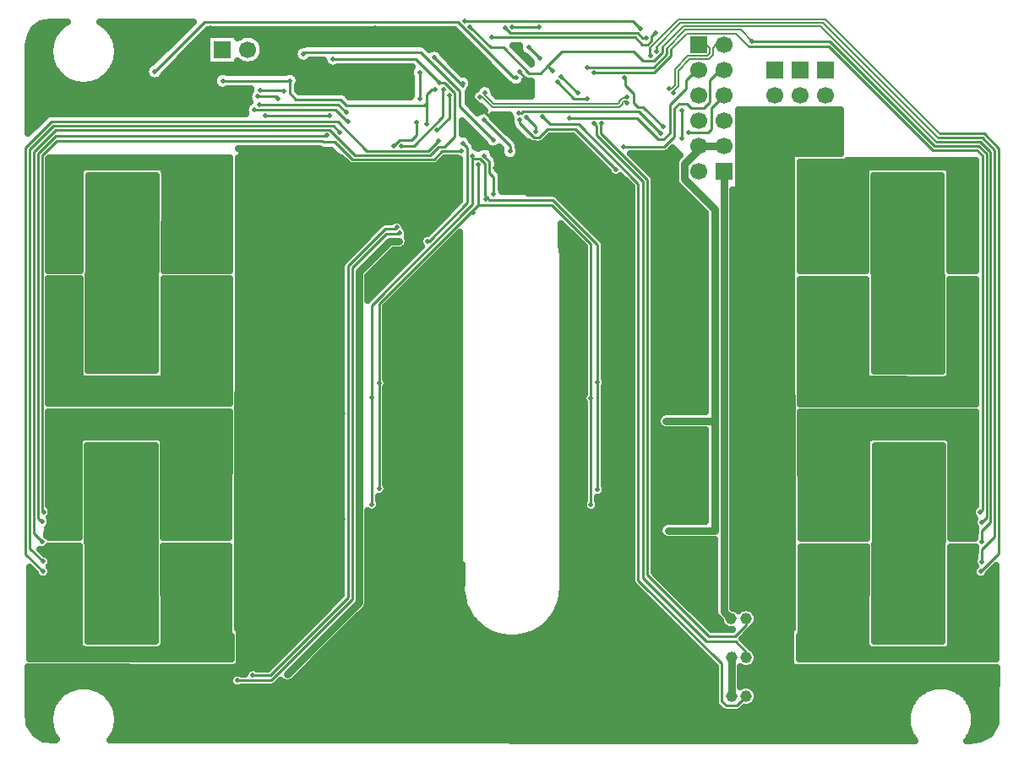
<source format=gbl>
G04 DipTrace 3.0.0.2*
G04 Bottom.gbr*
%MOMM*%
G04 #@! TF.FileFunction,Copper,L2,Bot*
G04 #@! TF.Part,Single*
G04 #@! TA.AperFunction,Conductor*
%ADD14C,0.254*%
%ADD16C,0.762*%
%ADD18C,0.2032*%
G04 #@! TA.AperFunction,CopperBalancing*
%ADD19C,0.635*%
G04 #@! TA.AperFunction,ComponentPad*
%ADD28C,1.1684*%
%ADD29R,1.7X1.7*%
%ADD30C,1.7*%
G04 #@! TA.AperFunction,ViaPad*
%ADD41C,0.508*%
%ADD43C,0.6604*%
%FSLAX35Y35*%
G04*
G71*
G90*
G75*
G01*
G04 Bottom*
%LPD*%
X7820127Y7064430D2*
D16*
X8074127D1*
X7820127D2*
Y7031410D1*
X7680427Y6891710D1*
Y6734230D1*
X7982687Y6431970D1*
Y4308530D1*
X7497547D1*
X7982687D2*
Y3208710D1*
X7515327D1*
X4820387Y6111930D2*
X4726407D1*
X4416527Y5802050D1*
Y4976550D1*
Y3973250D1*
Y2484810D1*
X3700247Y1768530D1*
X5932907Y7011090D2*
D14*
Y7064430D1*
X5671287Y7326050D1*
X5186147Y7635930D2*
X5148047D1*
X5097247Y7585130D1*
Y7499397D1*
X5073760Y7475910D1*
X4289527D1*
X4233647Y7531790D1*
X3789147D1*
X3725647Y7595290D1*
Y7719750D1*
X3055087D2*
X3725647D1*
X5105783Y6111930D2*
X5120107D1*
X5503647Y6495470D1*
Y7046650D1*
X5457927Y7092370D1*
X5097247Y7282870D2*
Y7499397D1*
X8150327Y1545010D2*
D16*
Y1931090D1*
X8074127Y6810430D2*
Y2395910D1*
X8147787Y2322250D1*
X7107657Y7561000D2*
D18*
X7092417Y7545760D1*
X7059160D1*
X7025810Y7512410D1*
Y7500080D1*
X7011800Y7486070D1*
X5769117D1*
X5678907Y7576277D1*
Y7597830D1*
X7107657Y7497500D2*
X7092417Y7512740D1*
X7072840D1*
X7058830Y7498730D1*
Y7486400D1*
X7025480Y7453050D1*
X5755437D1*
X5655560Y7552930D1*
X5634007D1*
X7820127Y8080430D2*
X7897597D1*
X7930617Y8047410D1*
Y8020994D1*
Y7993780D1*
X7908047Y7971210D1*
X7717470D1*
X7583663Y7837404D1*
Y7677634D1*
X7549580Y7643550D1*
X7528027D1*
X8074127Y8080430D2*
X7996657D1*
X7963637Y8047410D1*
Y8020994D1*
Y7980100D1*
X7921727Y7938190D1*
X7731150D1*
X7616683Y7823724D1*
Y7663954D1*
X7572927Y7620200D1*
Y7598647D1*
X4256507Y4384730D2*
D14*
X3687547D1*
X3588487Y4483790D1*
Y5287067D1*
X3596107Y5294687D1*
X4256507Y3320470D2*
X3718027D1*
X3596107Y3442390D1*
Y3491287D1*
X5617947Y7478450D2*
X5605247D1*
X5739867Y7343830D1*
X5849087D1*
X6090387Y7102530D1*
X6420587D1*
X6412967Y7110150D1*
X6026887Y7808650D2*
X6090387Y7745150D1*
Y7707050D1*
X6004027Y7620690D1*
X5841467D1*
X5729707Y7732450D1*
X5668747D1*
X5559527Y7623230D1*
Y7547030D1*
X5628107Y7478450D1*
X5617947D1*
X5780507Y6843450D2*
X6146267D1*
X6412967Y7110150D1*
X6228817Y7944540D2*
X6118327Y8055030D1*
X6031967Y7328590D2*
Y7290490D1*
X6171667Y7150790D1*
X6227547D1*
X6308827Y7232070D1*
X6590767D1*
X6992087Y6830750D1*
X7655027Y7145710D2*
Y7420030D1*
X6019267Y7397170D2*
X6047207D1*
X6062447Y7412410D1*
X7220687D1*
X7444207Y7188890D1*
X7723607Y7204130D2*
X7916647D1*
X7949667Y7237150D1*
Y7447970D1*
X8074127Y7572430D1*
X5763997Y7126660D2*
X5429987Y7460670D1*
Y7613070D1*
X5036287Y8006770D1*
X3880587D1*
X3862807Y7988990D1*
X1246607Y3295070D2*
X1233907D1*
X1200887Y3328090D1*
Y6988230D1*
X1381227Y7168570D1*
X4101567D1*
X4097757Y7172380D1*
X1259307Y3394130D2*
X1241527Y3411910D1*
Y6970450D1*
X1391387Y7120310D1*
X4050767D1*
X4063467Y7107610D1*
X4177767D1*
X4353027Y6932350D1*
X5170907D1*
X5249647Y7011090D1*
X5445227D1*
X1251687Y2797230D2*
X1078967Y2969950D1*
Y7051730D1*
X1335507Y7308270D1*
X4205707D1*
X4497807Y7016170D1*
X5115027D1*
X5214087Y7115230D1*
X10659847Y2893750D2*
Y3018210D1*
X10789387Y3147750D1*
Y7026330D1*
X10667467Y7148250D1*
X10220427D1*
D18*
X9067267Y8301410D1*
X7639787D1*
X7398487Y8060110D1*
D14*
Y8016930D1*
X10649687Y2794690D2*
X10830027Y2975030D1*
Y7044110D1*
X10685247Y7188890D1*
X10238207D1*
D18*
X9090127Y8336970D1*
X7619467D1*
X7332447Y8049950D1*
D14*
Y7968670D1*
X7337527Y7973750D1*
X8356067Y8118530D2*
D18*
X8244307Y8230290D1*
X7690587D1*
X7502627Y8042330D1*
D14*
Y7986450D1*
X7373087Y7856910D1*
X6715227D1*
X6710147Y7851830D1*
X10659847Y3289990D2*
X10708107Y3338250D1*
Y6988230D1*
X10629367Y7066970D1*
X10184867D1*
X9133307Y8118530D1*
X8356067D1*
X6773647Y7803570D2*
X7378167D1*
X7545807Y7971210D1*
Y8029630D1*
D18*
X7708367Y8192190D1*
X8196047D1*
X8323047Y8065190D1*
D14*
X9128227D1*
X10167087Y7026330D1*
X10611587D1*
X10664927Y6972990D1*
Y3414450D1*
X10639527Y3389050D1*
X3476727Y7374310D2*
X4124427D1*
X5028667Y7803570D2*
Y7536870D1*
X3372587Y7427650D2*
X4185387D1*
X4297783Y7315254D1*
X4309210D1*
X3420847Y7483530D2*
X4208247D1*
X4289527Y7402250D1*
X6219927Y8263310D2*
X5950687D1*
X7390867Y8199810D2*
X7387057Y8203620D1*
X7352767Y8169330D1*
Y8126150D1*
X7312127Y8085510D1*
X7258787D1*
X7190207Y8154090D1*
X5750027D1*
X7296887Y8146470D2*
X7294347Y8149010D1*
X7258787D1*
X7210527Y8197270D1*
X5935447D1*
X5882107Y8250610D1*
X1254227Y2896290D2*
X1119607Y3030910D1*
Y7031410D1*
X1355827Y7267630D1*
X4165067D1*
X4228567Y7204130D1*
X6189447Y7209210D2*
Y7262550D1*
X6095467Y7356530D1*
X5991327Y7747690D2*
X5971007D1*
X5407127Y8311570D1*
X2872207D1*
X2371827Y7811190D1*
X1244067Y3094410D2*
X1160247Y3178230D1*
Y7008550D1*
X1378687Y7226990D1*
X4126967D1*
X4378427Y6975530D1*
X5135347D1*
X5214087Y7054270D1*
X5272507D1*
X5376647Y7158410D1*
Y7600370D1*
X5277587Y7699430D1*
X5226787D1*
X4985487Y7940730D1*
X4157447D1*
X10659847Y3094410D2*
Y3203630D1*
X10748747Y3292530D1*
Y7006010D1*
X10647147Y7107610D1*
X10202647D1*
D18*
X9044407Y8265850D1*
X7667727D1*
X7459447Y8057570D1*
D14*
Y8001690D1*
X7375627Y7917870D1*
X7268947D1*
X7174967Y8011850D1*
X6453607D1*
X6299947Y7858190D1*
X6237707Y7795950D1*
X6123407D1*
X5864327Y8055030D1*
X5739867D1*
X5531587Y8263310D1*
X6357087Y7816270D2*
X6315167Y7858190D1*
X6299947D1*
X5480787Y8316650D2*
X7167347D1*
X7243547Y8240450D1*
X7080987Y7750230D2*
X7086067D1*
Y7671490D1*
X7169887Y7587670D1*
Y7498770D1*
X7210527Y7458130D1*
X7268947D1*
X7464527Y7262550D1*
X5457927Y7694350D2*
Y7668950D1*
X5173447Y7953430D1*
X4548607Y4542210D2*
Y5469310D1*
X5556987Y6477690D1*
Y6939970D1*
X5628107D1*
X5681663Y6886414D1*
Y6568914D1*
X5703443Y6547134D1*
X5724627Y6525950D1*
X6362167D1*
X6811747Y6076370D1*
Y4692070D1*
X4548607Y4542210D2*
Y3470330D1*
X6811747Y4692070D2*
Y3620190D1*
X5556987Y6967910D2*
Y6939970D1*
X3425927Y7628310D2*
X3657067D1*
X3667227Y7618150D1*
X5689067Y6536110D2*
X5692420D1*
X5703443Y6547134D1*
X3199867Y1702490D2*
X3537687D1*
X4350487Y2515290D1*
Y5842690D1*
X4693387Y6185590D1*
X4825467D1*
X4830547Y6190670D1*
X4845787Y7069510D2*
X4970247D1*
X5259807Y7359070D1*
Y7641010D1*
X5264887Y7635930D1*
X4619727Y4686990D2*
Y5482010D1*
X5551907Y6414190D1*
X5610327Y6472610D1*
X6352007D1*
X6743167Y6081450D1*
Y4537130D1*
X4619727Y4686990D2*
Y3625270D1*
X6743167Y4537130D2*
Y3467790D1*
X5610327Y6472610D2*
Y6881550D1*
X3405607Y7562270D2*
X3591027D1*
X3611347Y7541950D1*
X5562067Y6398950D2*
X5551907D1*
Y6414190D1*
X5323307Y7574970D2*
Y7346370D1*
X5201387Y7224450D1*
X4995647Y7305730D2*
Y7176190D1*
X4947387Y7127930D1*
X4828007D1*
X4769587Y7069510D1*
X4797527Y6249090D2*
X4787367Y6238930D1*
X4685767D1*
X4309847Y5863010D1*
Y2533070D1*
X3532607Y1755830D1*
X3357347D1*
X7820127Y7826430D2*
X7799807D1*
X7695667Y7722290D1*
Y7643550D1*
X7533107Y7480990D1*
Y7193970D1*
X7472147Y7133010D1*
X7413727D1*
X7202907Y7343830D1*
X6532347D1*
X6529807Y7341290D1*
X8074127Y7826430D2*
X8038567D1*
X7936967Y7724830D1*
Y7508930D1*
X7873467Y7445430D1*
X7751547D1*
X7705827Y7491150D1*
X7627087D1*
X7581367Y7445430D1*
Y7158410D1*
X7477227Y7054270D1*
X7070827D1*
X5765267Y6584370D2*
Y6754550D1*
X5724627Y6795190D1*
Y6912030D1*
X5668747Y6967910D1*
X5676370D1*
X6406617Y7705780D2*
X6572987Y7539410D1*
X6707607D1*
X6849847Y7290490D2*
X6844767D1*
Y7193970D1*
X7309587Y6729150D1*
Y2761670D1*
X7924267Y2146990D1*
X8188427D1*
X8297787Y2256350D1*
Y2322250D1*
X8300327Y1545010D2*
X8203807Y1448490D1*
X8099527D1*
X8053807Y1494210D1*
Y1872670D1*
X7218147Y2708330D1*
Y6683430D1*
X6618707Y7282870D1*
X6336767D1*
X6260567Y7359070D1*
X8300327Y1931090D2*
Y1989370D1*
X8196047Y2093650D1*
X7901407D1*
X7261327Y2733730D1*
Y6711370D1*
X6796507Y7176190D1*
Y7270170D1*
X6776187Y7290490D1*
X6611087Y7595290D2*
X6443447Y7762930D1*
D41*
X7515327Y3208710D3*
X7497547Y4308530D3*
X4820387Y6111930D3*
X4416527Y3973250D3*
Y4976550D3*
X3700247Y1768530D3*
X5671287Y7326050D3*
X5932907Y7011090D3*
X5186147Y7635930D3*
X3725647Y7719750D3*
X3055087D3*
X5457927Y7092370D3*
X5097247Y7282870D3*
X5105783Y6111930D3*
X7107657Y7561000D3*
X5678907Y7597830D3*
X7107657Y7497500D3*
X5634007Y7552930D3*
X7528027Y7643550D3*
X7572927Y7598647D3*
X4256507Y4384730D3*
Y3320470D3*
X5617947Y7478450D3*
X6412967Y7110150D3*
X6026887Y7808650D3*
X5617947Y7478450D3*
X6412967Y7110150D3*
X5780507Y6843450D3*
X6228817Y7944540D3*
X6118327Y8055030D3*
X6031967Y7328590D3*
X6992087Y6830750D3*
X7655027Y7145710D3*
Y7420030D3*
X6019267Y7397170D3*
X7444207Y7188890D3*
X7723607Y7204130D3*
X5763997Y7126660D3*
X3862807Y7988990D3*
X1246607Y3295070D3*
X4097757Y7172380D3*
X1259307Y3394130D3*
X5445227Y7011090D3*
X1251687Y2797230D3*
X5214087Y7115230D3*
X10659847Y2893750D3*
X7398487Y8016930D3*
X10649687Y2794690D3*
X7337527Y7973750D3*
X8356067Y8118530D3*
X6710147Y7851830D3*
X10659847Y3289990D3*
X8356067Y8118530D3*
X6773647Y7803570D3*
X10639527Y3389050D3*
X3476727Y7374310D3*
X4124427D3*
X5028667Y7803570D3*
Y7536870D3*
X3372587Y7427650D3*
X4309210Y7315254D3*
X3420847Y7483530D3*
X4289527Y7402250D3*
X6219927Y8263310D3*
X5950687D3*
X7390867Y8199810D3*
X5750027Y8154090D3*
X7296887Y8146470D3*
X5882107Y8250610D3*
X1254227Y2896290D3*
X4228567Y7204130D3*
X6189447Y7209210D3*
X6095467Y7356530D3*
X5991327Y7747690D3*
X2371827Y7811190D3*
X1244067Y3094410D3*
X4157447Y7940730D3*
X5226787Y7699430D3*
X10659847Y3094410D3*
X5531587Y8263310D3*
X6357087Y7816270D3*
X5480787Y8316650D3*
X7243547Y8240450D3*
X7080987Y7750230D3*
X7464527Y7262550D3*
X7243547Y8240450D3*
X5457927Y7694350D3*
X5173447Y7953430D3*
X4548607Y4542210D3*
X6811747Y4692070D3*
X4548607Y3470330D3*
Y4542210D3*
X6811747Y3620190D3*
X5556987Y6967910D3*
X3425927Y7628310D3*
X3667227Y7618150D3*
X5689067Y6536110D3*
X3199867Y1702490D3*
X4830547Y6190670D3*
X4845787Y7069510D3*
X5264887Y7635930D3*
X4619727Y4686990D3*
X6743167Y4537130D3*
X4619727Y3625270D3*
Y4686990D3*
X6743167Y3467790D3*
X5610327Y6881550D3*
X3405607Y7562270D3*
X3611347Y7541950D3*
X5562067Y6398950D3*
X5323307Y7574970D3*
X5201387Y7224450D3*
X4995647Y7305730D3*
X4769587Y7069510D3*
X4797527Y6249090D3*
X3357347Y1755830D3*
X6529807Y7341290D3*
X7070827Y7054270D3*
X5765267Y6584370D3*
X5676370Y6967910D3*
X6406617Y7705780D3*
X6707607Y7539410D3*
X6849847Y7290490D3*
X6260567Y7359070D3*
X6776187Y7290490D3*
X6611087Y7595290D3*
X6443447Y7762930D3*
D43*
X3443707Y5485187D3*
Y5389937D3*
Y5294687D3*
Y5199437D3*
X3519907Y5437564D3*
X3596107Y5389937D3*
X3519907Y5342310D3*
X3596107Y5294687D3*
X3519907Y5247060D3*
X3443707Y3681787D3*
Y3586537D3*
Y3491287D3*
Y3396037D3*
X3519907Y3634164D3*
X3596107Y3586537D3*
X3519907Y3538910D3*
X3596107Y3491287D3*
X3519907Y3443660D3*
X3443707Y2790247D3*
Y2694997D3*
Y2599747D3*
Y2504497D3*
X3519907Y2742624D3*
X3596107Y2694997D3*
X3519907Y2647370D3*
X3596107Y2599747D3*
X3519907Y2552120D3*
X8462747Y6090974D3*
Y6186224D3*
Y6281474D3*
Y6376724D3*
X8386547Y6138597D3*
X8310347Y6186224D3*
X8386547Y6233850D3*
X8310347Y6281474D3*
X8386547Y6329100D3*
X8462747Y5199434D3*
Y5294684D3*
Y5389934D3*
Y5485184D3*
X8386547Y5247057D3*
X8310347Y5294684D3*
X8386547Y5342310D3*
X8310347Y5389934D3*
X8386547Y5437560D3*
X8462747Y3398574D3*
Y3493824D3*
Y3589074D3*
Y3684324D3*
X8386547Y3446197D3*
X8310347Y3493824D3*
X8386547Y3541450D3*
X8310347Y3589074D3*
X8386547Y3636700D3*
X3443707Y6376090D3*
Y6280840D3*
Y6185590D3*
Y6090340D3*
X3519907Y6328467D3*
X3596107Y6280840D3*
X3519907Y6233214D3*
X3596107Y6185590D3*
X3519907Y6137964D3*
X8462747Y2507034D3*
Y2602284D3*
Y2697534D3*
Y2792784D3*
X8386547Y2554657D3*
X8310347Y2602284D3*
X8386547Y2649910D3*
X8310347Y2697534D3*
X8386547Y2745160D3*
X2808073Y6764710D3*
X2919200Y6574207D3*
Y6701210D3*
X2490577Y6574214D3*
Y6701210D3*
X2601703Y6764710D3*
X2705207Y6703750D3*
X2594077Y6508174D3*
X2705207Y6571674D3*
Y6444667D3*
X2816333Y6508174D3*
X2919200Y6180507D3*
Y6434507D3*
Y6307504D3*
X2808073Y6244004D3*
X2490577Y6180507D3*
Y6434510D3*
Y6307504D3*
X2601700Y6244010D3*
X2705207Y6310044D3*
X2490577Y6050967D3*
X2705207Y6177967D3*
Y6050967D3*
X2816327Y5987470D3*
X2594077D3*
X2919200Y6050967D3*
X2800453Y2893750D3*
X2911580Y2703247D3*
Y2830250D3*
X2482957Y2703254D3*
Y2830250D3*
X2594083Y2893750D3*
X2697587Y2832790D3*
X2586457Y2637214D3*
X2697587Y2700714D3*
Y2573707D3*
X2808713Y2637214D3*
X2911580Y2309547D3*
Y2563547D3*
Y2436544D3*
X2800453Y2373044D3*
X2482957Y2309547D3*
Y2563550D3*
Y2436544D3*
X2594080Y2373050D3*
X2697587Y2439084D3*
X2482957Y2180007D3*
X2697587Y2307007D3*
Y2180007D3*
X2808707Y2116510D3*
X2586457D3*
X2911580Y2180007D3*
X2806707Y4071674D3*
X2917833Y3881170D3*
Y4008174D3*
X2489210Y3881177D3*
Y4008174D3*
X2600337Y4071674D3*
X2703840Y4010714D3*
X2592710Y3815137D3*
X2703840Y3878637D3*
Y3751630D3*
X2814967Y3815137D3*
X2917833Y3487470D3*
Y3741470D3*
Y3614467D3*
X2806707Y3550967D3*
X2489210Y3487470D3*
Y3741474D3*
Y3614467D3*
X2600333Y3550974D3*
X2703840Y3617007D3*
X2489210Y3357930D3*
X2703840Y3484930D3*
Y3357930D3*
X2814960Y3294434D3*
X2592710D3*
X2917833Y3357930D3*
X2155827Y3484937D3*
X2266953Y3294434D3*
Y3421437D3*
X1838330Y3294440D3*
X1838227Y3421434D3*
X1949457Y3484937D3*
X2052960Y3423977D3*
X1941830Y3228400D3*
X2052960Y3291900D3*
Y3164894D3*
X2164087Y3228400D3*
X2266953Y2900734D3*
Y3154734D3*
Y3027730D3*
X2155827Y2964230D3*
X1838330Y2900734D3*
Y3154737D3*
Y3027730D3*
X1949453Y2964237D3*
X2052960Y3030270D3*
X1838330Y2771194D3*
X2052960Y2898194D3*
Y2771194D3*
X2164080Y2707697D3*
X1941830D3*
X2266953Y2771194D3*
X2155927Y6177970D3*
X2268320Y5987470D3*
Y6114474D3*
X1839697Y5987477D3*
X1839593Y6114470D3*
X1950823Y6177974D3*
X2054327Y6117014D3*
X1943197Y5921437D3*
X2054327Y5984937D3*
Y5857930D3*
X2165453Y5921437D3*
X2268320Y5593770D3*
Y5847770D3*
Y5720767D3*
X2157193Y5657267D3*
X1839697Y5593770D3*
Y5847774D3*
Y5720767D3*
X1950820Y5657274D3*
X2054327Y5723307D3*
X2801820Y5586787D3*
X2912947Y5396284D3*
X1839697Y5464230D3*
X2912947Y5523287D3*
X2054327Y5591230D3*
Y5464230D3*
X2165447Y5400734D3*
X1943197D3*
X2484323Y5396290D3*
X2268320Y5464230D3*
X2484323Y5523287D3*
X2595450Y5586787D3*
X2698953Y5525827D3*
X2587823Y5330250D3*
X2698953Y5393750D3*
Y5266744D3*
X2810080Y5330250D3*
X2912947Y5002584D3*
Y5256584D3*
Y5129580D3*
X2801820Y5066080D3*
X2484323Y5002584D3*
Y5256587D3*
Y5129580D3*
X2595447Y5066087D3*
X2698953Y5132120D3*
X2484323Y4873044D3*
X2698953Y5000044D3*
Y4873044D3*
X2810073Y4809547D3*
X2587823D3*
X2912947Y4873044D3*
X9102527Y3294437D3*
X8991400Y3484940D3*
Y3357937D3*
X9420023Y3484934D3*
Y3357937D3*
X9308897Y3294437D3*
X9205393Y3355397D3*
X9316523Y3550974D3*
X9205393Y3487474D3*
Y3614480D3*
X9094267Y3550974D3*
X8991400Y3878640D3*
Y3624640D3*
Y3751644D3*
X9102527Y3815144D3*
X9420023Y3878640D3*
Y3624637D3*
Y3751644D3*
X9308900Y3815137D3*
X9205393Y3749104D3*
X9420023Y4008180D3*
X9205393Y3881180D3*
Y4008180D3*
X9094273Y4071677D3*
X9316523D3*
X8991400Y4008180D3*
X9096273Y2116514D3*
X8985147Y2307017D3*
Y2180014D3*
X9413770Y2307010D3*
Y2180014D3*
X9302643Y2116514D3*
X9199140Y2177474D3*
X9310270Y2373050D3*
X9199140Y2309550D3*
Y2436557D3*
X9088013Y2373050D3*
X8985147Y2700717D3*
Y2446717D3*
Y2573720D3*
X9096273Y2637220D3*
X9413770Y2700717D3*
Y2446714D3*
Y2573720D3*
X9302647Y2637214D3*
X9199140Y2571180D3*
X9413770Y2830257D3*
X9199140Y2703257D3*
Y2830257D3*
X9088020Y2893754D3*
X9310270D3*
X8985147Y2830257D3*
X9747153Y2703250D3*
X9636027Y2893754D3*
Y2766750D3*
X10064650Y2893747D3*
X10064753Y2766754D3*
X9953523Y2703250D3*
X9850020Y2764210D3*
X9961150Y2959787D3*
X9850020Y2896287D3*
Y3023294D3*
X9738893Y2959787D3*
X9636027Y3287454D3*
Y3033454D3*
Y3160457D3*
X9747153Y3223957D3*
X10064650Y3287454D3*
Y3033450D3*
Y3160457D3*
X9953527Y3223950D3*
X9850020Y3157917D3*
X10064650Y3416994D3*
X9850020Y3289994D3*
Y3416994D3*
X9738900Y3480490D3*
X9961150D3*
X9636027Y3416994D3*
X9102733Y5986834D3*
X8991607Y6177337D3*
Y6050334D3*
X9420230Y6177330D3*
Y6050334D3*
X9309103Y5986834D3*
X9205600Y6047794D3*
X9316730Y6243370D3*
X9205600Y6179870D3*
Y6306877D3*
X9094473Y6243370D3*
X8991607Y6571037D3*
Y6317037D3*
Y6444040D3*
X9102733Y6507540D3*
X9420230Y6571037D3*
Y6317034D3*
Y6444040D3*
X9309107Y6507534D3*
X9205600Y6441500D3*
X9420230Y6700577D3*
X9205600Y6573577D3*
Y6700577D3*
X9094480Y6764074D3*
X9316730D3*
X8991607Y6700577D3*
X9096480Y4808910D3*
X8985353Y4999414D3*
Y4872410D3*
X9413977Y4999407D3*
Y4872410D3*
X9302850Y4808910D3*
X9199347Y4869870D3*
X9310477Y5065447D3*
X9199347Y5001947D3*
Y5128954D3*
X9088220Y5065447D3*
X8985353Y5393114D3*
Y5139114D3*
Y5266117D3*
X9096480Y5329617D3*
X9413977Y5393114D3*
Y5139110D3*
Y5266117D3*
X9302853Y5329610D3*
X9199347Y5263577D3*
X9413977Y5522654D3*
X9199347Y5395654D3*
Y5522654D3*
X9088227Y5586150D3*
X9310477D3*
X8985353Y5522654D3*
X9747360Y5395647D3*
X9636233Y5586150D3*
Y5459147D3*
X10064857Y5586144D3*
X10064960Y5459150D3*
X9953730Y5395647D3*
X9850227Y5456607D3*
X9961357Y5652184D3*
X9850227Y5588684D3*
Y5715690D3*
X9739100Y5652184D3*
X9636233Y5979850D3*
Y5725850D3*
Y5852854D3*
X9747360Y5916354D3*
X10064857Y5979850D3*
Y5725847D3*
Y5852854D3*
X9953733Y5916347D3*
X9850227Y5850314D3*
X10064857Y6109390D3*
X9850227Y5982390D3*
Y6109390D3*
X9739107Y6172887D3*
X9961357D3*
X9636233Y6109390D3*
D41*
X1508227Y2301930D3*
X1381227D3*
Y2174930D3*
X1508227D3*
X1381227Y2047930D3*
X1508227D3*
Y4133270D3*
X1381227D3*
Y4006270D3*
X1508227D3*
X1381227Y3879270D3*
X1508227D3*
Y4961310D3*
X1381227D3*
Y4834310D3*
X1508227D3*
X1381227Y4707310D3*
X1508227D3*
Y6835830D3*
X1381227D3*
Y6708830D3*
X1508227D3*
X1381227Y6581830D3*
X1508227D3*
X10565867Y2273990D3*
X10438867D3*
Y2146990D3*
X10565867D3*
X10438867Y2019990D3*
X10565867D3*
Y4128190D3*
X10438867D3*
Y4001190D3*
X10565867D3*
X10438867Y3874190D3*
X10565867D3*
X10570947Y4948610D3*
X10443947D3*
Y4821610D3*
X10570947D3*
X10443947Y4694610D3*
X10570947D3*
X10555707Y6812970D3*
X10428707D3*
Y6685970D3*
X10555707D3*
X10428707Y6558970D3*
X10555707D3*
X5191227Y5934130D3*
Y5680130D3*
Y5426130D3*
Y5172130D3*
Y4918130D3*
Y4410130D3*
Y4664130D3*
Y4156130D3*
Y3902130D3*
Y3648130D3*
Y3394130D3*
Y3140130D3*
Y2886130D3*
Y2632130D3*
Y2378130D3*
X4937227D3*
Y3394130D3*
Y3648130D3*
Y4410130D3*
Y4664130D3*
Y5172130D3*
X6969227Y5934130D3*
Y5680130D3*
X5191227Y2124130D3*
X6969227Y5172130D3*
Y4918130D3*
X5445227Y2124130D3*
X6969227Y4410130D3*
Y4156130D3*
Y3902130D3*
X5699227Y2124130D3*
X6969227Y3394130D3*
Y3140130D3*
X6207227Y2124130D3*
X6461227D3*
X6715227D3*
Y2378130D3*
Y2632130D3*
Y2886130D3*
Y3140130D3*
Y3394130D3*
X6461227Y2378130D3*
X5445227D3*
X1442187Y7453050D3*
X2930627Y8250610D3*
X4584167Y8248070D3*
X7477227Y2886130D3*
Y3902130D3*
Y4156130D3*
X7731227D3*
X7477227Y5172130D3*
X4683227Y5680130D3*
Y5934130D3*
X4937227Y6442130D3*
X5191227D3*
X5155667Y6716450D3*
X2976347Y1826950D3*
X4683227Y6696130D3*
X4253967Y6851070D3*
X8229073Y7363214D2*
D19*
X9237460D1*
X8229073Y7300047D2*
X9237460D1*
X8229073Y7236880D2*
X9237460D1*
X8229073Y7173714D2*
X9237460D1*
X8229073Y7110547D2*
X9237460D1*
X8229073Y7047380D2*
X9237460D1*
X8229073Y6984214D2*
X8747193D1*
X8229073Y6921047D2*
X8747320D1*
X8229073Y6857880D2*
X8747443D1*
X8229073Y6794714D2*
X8747567D1*
X8229073Y6731547D2*
X8747690D1*
X8229073Y6668380D2*
X8747813D1*
X7421060Y6605214D2*
X7676747D1*
X8169790D2*
X8747940D1*
X7420690Y6542047D2*
X7739877D1*
X8169790D2*
X8748063D1*
X7420317Y6478880D2*
X7803003D1*
X8169790D2*
X8748187D1*
X7419947Y6415714D2*
X7866257D1*
X8169790D2*
X8748433D1*
X7419573Y6352547D2*
X7886967D1*
X8169790D2*
X8748560D1*
X7419327Y6289380D2*
X7886967D1*
X8169790D2*
X8748683D1*
X7418953Y6226214D2*
X7886967D1*
X8169790D2*
X8748807D1*
X7418580Y6163047D2*
X7886967D1*
X8169790D2*
X8748930D1*
X7418210Y6099880D2*
X7886967D1*
X8169790D2*
X8749053D1*
X7417837Y6036714D2*
X7886967D1*
X8169790D2*
X8749180D1*
X7417463Y5973547D2*
X7886967D1*
X8169790D2*
X8749303D1*
X7417093Y5910380D2*
X7886967D1*
X8169790D2*
X8749427D1*
X7416720Y5847214D2*
X7886967D1*
X8169790D2*
X8749550D1*
X7416350Y5784047D2*
X7886967D1*
X8169790D2*
X8749673D1*
X7415977Y5720880D2*
X7886967D1*
X8169790D2*
X8749800D1*
X7415730Y5657714D2*
X7886967D1*
X8169790D2*
X8750047D1*
X7415357Y5594547D2*
X7886967D1*
X8169790D2*
X8750170D1*
X7414983Y5531380D2*
X7886967D1*
X8169790D2*
X8750297D1*
X7414613Y5468214D2*
X7886967D1*
X8169790D2*
X8750420D1*
X7414240Y5405047D2*
X7886967D1*
X8169790D2*
X8750543D1*
X7413867Y5341880D2*
X7886967D1*
X8169790D2*
X8750667D1*
X7413497Y5278714D2*
X7886967D1*
X8169790D2*
X8750790D1*
X7413123Y5215547D2*
X7886967D1*
X8169790D2*
X8750917D1*
X7412753Y5152380D2*
X7886967D1*
X8169790D2*
X8751040D1*
X7412380Y5089214D2*
X7886967D1*
X8169790D2*
X8751163D1*
X7412133Y5026047D2*
X7886967D1*
X8169790D2*
X8751287D1*
X7411760Y4962880D2*
X7886967D1*
X8169790D2*
X8751410D1*
X7411387Y4899714D2*
X7886967D1*
X8169790D2*
X8751660D1*
X7411017Y4836547D2*
X7886967D1*
X8169790D2*
X8751783D1*
X7410643Y4773380D2*
X7886967D1*
X8169790D2*
X8751907D1*
X7410270Y4710214D2*
X7886967D1*
X8169790D2*
X8752030D1*
X7409900Y4647047D2*
X7886967D1*
X8169790D2*
X8752157D1*
X7409527Y4583880D2*
X7886967D1*
X8169790D2*
X8752280D1*
X7409157Y4520714D2*
X7886967D1*
X8169790D2*
X8752403D1*
X7408783Y4457547D2*
X7886967D1*
X8169790D2*
X8752527D1*
X7408537Y4394380D2*
X7466403D1*
X8169790D2*
X8752650D1*
X8169790Y4331214D2*
X8752777D1*
X8169790Y4268047D2*
X8752900D1*
X7407420Y4204880D2*
X7886967D1*
X8169790D2*
X8753147D1*
X7407047Y4141714D2*
X7886967D1*
X8169790D2*
X8753270D1*
X7406673Y4078547D2*
X7886967D1*
X8169790D2*
X8753397D1*
X7406303Y4015380D2*
X7886967D1*
X8169790D2*
X8753520D1*
X7405930Y3952214D2*
X7886967D1*
X8169790D2*
X8753643D1*
X7405560Y3889047D2*
X7886967D1*
X8169790D2*
X8753767D1*
X7405310Y3825880D2*
X7886967D1*
X8169790D2*
X8753893D1*
X7404940Y3762714D2*
X7886967D1*
X8169790D2*
X8754017D1*
X7404567Y3699547D2*
X7886967D1*
X8169790D2*
X8754140D1*
X7404193Y3636380D2*
X7886967D1*
X8169790D2*
X8754263D1*
X7403823Y3573214D2*
X7886967D1*
X8169790D2*
X8754387D1*
X7403450Y3510047D2*
X7886967D1*
X8169790D2*
X8754513D1*
X7403077Y3446880D2*
X7886967D1*
X8169790D2*
X8754760D1*
X7402707Y3383714D2*
X7886967D1*
X8169790D2*
X8754883D1*
X7402333Y3320547D2*
X7886967D1*
X8169790D2*
X8755007D1*
X7401963Y3257380D2*
X7434060D1*
X8169790D2*
X8755133D1*
X8169790Y3194214D2*
X8755257D1*
X7401343Y3131047D2*
X7464793D1*
X8169790D2*
X8755380D1*
X7400970Y3067880D2*
X7978373D1*
X8169790D2*
X8755503D1*
X7400597Y3004714D2*
X7978373D1*
X8169790D2*
X8755627D1*
X7400227Y2941547D2*
X7978373D1*
X8169790D2*
X8755753D1*
X7399853Y2878380D2*
X7978373D1*
X8169790D2*
X8755877D1*
X7399480Y2815214D2*
X7978373D1*
X8169790D2*
X8756000D1*
X7415977Y2752047D2*
X7978373D1*
X8169790D2*
X8756123D1*
X7479230Y2688880D2*
X7978373D1*
X8169790D2*
X8756373D1*
X7542357Y2625714D2*
X7978373D1*
X8169790D2*
X8756497D1*
X7605483Y2562547D2*
X7978373D1*
X8169790D2*
X8756620D1*
X7668737Y2499380D2*
X7978373D1*
X8169790D2*
X8756743D1*
X7731863Y2436214D2*
X7978373D1*
X8169790D2*
X8756867D1*
X7794993Y2373047D2*
X7981350D1*
X8401343D2*
X8756993D1*
X7858243Y2309880D2*
X8027363D1*
X8413123D2*
X8757117D1*
X7921373Y2246714D2*
X8061840D1*
X8383730D2*
X8757240D1*
X8106647Y2220560D2*
X8090453Y2228690D1*
X8076523Y2238814D1*
X8064350Y2250987D1*
X8054227Y2264917D1*
X8046410Y2280260D1*
X8041090Y2296634D1*
X8039627Y2303997D1*
X8006140Y2337844D1*
X7997893Y2349194D1*
X7991523Y2361694D1*
X7987190Y2375037D1*
X7984993Y2388897D1*
X7984720Y2618160D1*
Y3119340D1*
X7508313Y3119577D1*
X7494453Y3121774D1*
X7481110Y3126107D1*
X7468610Y3132477D1*
X7457260Y3140724D1*
X7447340Y3150644D1*
X7439093Y3161994D1*
X7432723Y3174494D1*
X7428390Y3187837D1*
X7426193Y3201697D1*
Y3215724D1*
X7428390Y3229584D1*
X7432723Y3242927D1*
X7439093Y3255427D1*
X7447340Y3266777D1*
X7457260Y3276697D1*
X7468610Y3284944D1*
X7481110Y3291314D1*
X7494453Y3295647D1*
X7508313Y3297844D1*
X7893227Y3298117D1*
X7893280Y4219130D1*
X7490533Y4219397D1*
X7476673Y4221594D1*
X7463330Y4225927D1*
X7450830Y4232297D1*
X7439480Y4240544D1*
X7429560Y4250464D1*
X7421313Y4261814D1*
X7414943Y4274314D1*
X7410610Y4287657D1*
X7408413Y4301517D1*
Y4315544D1*
X7410610Y4329404D1*
X7414943Y4342747D1*
X7421313Y4355247D1*
X7429560Y4366597D1*
X7439480Y4376517D1*
X7450830Y4384764D1*
X7463330Y4391134D1*
X7476673Y4395467D1*
X7490533Y4397664D1*
X7893307Y4397937D1*
X7893280Y6394977D1*
X7664527Y6623687D1*
X7414817Y6623560D1*
X7392890Y2768850D1*
X7940933Y2220847D1*
X8106383Y2220597D1*
X8166040Y2430410D2*
X8181693Y2426607D1*
X8197603Y2420020D1*
X8212283Y2411024D1*
X8222733Y2402284D1*
X8240453Y2415810D1*
X8255797Y2423627D1*
X8272170Y2428947D1*
X8289177Y2431640D1*
X8306397D1*
X8323403Y2428947D1*
X8339777Y2423627D1*
X8355120Y2415810D1*
X8369050Y2405687D1*
X8381223Y2393514D1*
X8391347Y2379584D1*
X8399163Y2364240D1*
X8404483Y2347867D1*
X8407177Y2330860D1*
Y2313640D1*
X8404483Y2296634D1*
X8399163Y2280260D1*
X8391347Y2264917D1*
X8381223Y2250987D1*
X8369050Y2238814D1*
X8355650Y2229047D1*
X8351763Y2222007D1*
X8373900Y2220124D1*
X8763707Y2219437D1*
X8753957Y6960110D1*
X8757007Y6969564D1*
X8762827Y6977614D1*
X8770853Y6983470D1*
X8780293Y6986560D1*
X8817077Y6986960D1*
X9243797D1*
Y7426380D1*
X8222717D1*
X8222327Y6650524D1*
X8219257Y6641077D1*
X8213417Y6633040D1*
X8205380Y6627200D1*
X8195933Y6624130D1*
X8163557Y6623740D1*
X8163533Y2432774D1*
X9585490Y6707894D2*
X10251073D1*
X9585613Y6644727D2*
X10251073D1*
X9585737Y6581560D2*
X10251197D1*
X9585737Y6518394D2*
X10251320D1*
X9585860Y6455227D2*
X10251320D1*
X9585983Y6392060D2*
X10251443D1*
X9585983Y6328894D2*
X10251443D1*
X9586110Y6265727D2*
X10251570D1*
X9586233Y6202560D2*
X10251693D1*
X9586233Y6139394D2*
X10251693D1*
X9586357Y6076227D2*
X10251817D1*
X9586357Y6013060D2*
X10251940D1*
X9586480Y5949894D2*
X10251940D1*
X9586603Y5886727D2*
X10252067D1*
X9586603Y5823560D2*
X10252190D1*
X9586730Y5760394D2*
X10252190D1*
X9586853Y5697227D2*
X10252313D1*
X9586853Y5634060D2*
X10252313D1*
X9586977Y5570894D2*
X10252437D1*
X9587100Y5507727D2*
X10252560D1*
X9587100Y5444560D2*
X10252560D1*
X9587227Y5381394D2*
X10252687D1*
X9587350Y5318227D2*
X10252810D1*
X9587350Y5255060D2*
X10252810D1*
X9587473Y5191894D2*
X10252933D1*
X9587473Y5128727D2*
X10253057D1*
X9587597Y5065560D2*
X10253057D1*
X9587720Y5002394D2*
X10253180D1*
X9587720Y4939227D2*
X10253180D1*
X9587847Y4876060D2*
X10253307D1*
X9587970Y4812894D2*
X10253430D1*
X9579117Y6770977D2*
X9581617Y4807640D1*
X10259900D1*
X10257257Y6771060D1*
X9578973D1*
X8845690Y5671574D2*
X9491180D1*
X10348110D2*
X10594617D1*
X8845813Y5608407D2*
X9491180D1*
X10348110D2*
X10594617D1*
X8845937Y5545240D2*
X9491307D1*
X10348233D2*
X10594617D1*
X8846060Y5482074D2*
X9491307D1*
X10348233D2*
X10594617D1*
X8846183Y5418907D2*
X9491430D1*
X10348357D2*
X10594617D1*
X8846310Y5355740D2*
X9491553D1*
X10348480D2*
X10594617D1*
X8846433Y5292574D2*
X9491553D1*
X10348480D2*
X10594617D1*
X8846680Y5229407D2*
X9491677D1*
X10348603D2*
X10594617D1*
X8846807Y5166240D2*
X9491800D1*
X10348730D2*
X10594617D1*
X8846930Y5103074D2*
X9491800D1*
X10348730D2*
X10594617D1*
X8847053Y5039907D2*
X9491927D1*
X10348853D2*
X10594617D1*
X8847177Y4976740D2*
X9492050D1*
X10348977D2*
X10594617D1*
X8847300Y4913574D2*
X9492050D1*
X10348977D2*
X10594617D1*
X8847427Y4850407D2*
X9492173D1*
X10349100D2*
X10594617D1*
X8847550Y4787240D2*
X9492173D1*
X10349100D2*
X10594617D1*
X8847673Y4724074D2*
X10594617D1*
X8847797Y4660907D2*
X10594617D1*
X8847920Y4597740D2*
X10594617D1*
X8848170Y4534574D2*
X10594617D1*
X8839247Y5730344D2*
X8841910Y4479197D1*
X10601023Y4479217D1*
X10600920Y5730340D1*
X10341627Y5730424D1*
X10342233Y4767927D1*
X10338973Y4756314D1*
X10333093Y4745784D1*
X10324917Y4736917D1*
X10314897Y4730204D1*
X10303587Y4726014D1*
X10291547Y4724584D1*
X9541840Y4725214D1*
X9530233Y4728487D1*
X9519710Y4734380D1*
X9510853Y4742567D1*
X9504150Y4752597D1*
X9499977Y4763914D1*
X9498560Y4775827D1*
X9497363Y5730434D1*
X8839207Y5730424D1*
X8843143Y6857754D2*
X10594553D1*
X8843267Y6794587D2*
X9489753D1*
X10346680D2*
X10594553D1*
X8843393Y6731420D2*
X9489753D1*
X10346680D2*
X10594553D1*
X8843517Y6668254D2*
X9489877D1*
X10346803D2*
X10594553D1*
X8843640Y6605087D2*
X9490000D1*
X10346927D2*
X10594553D1*
X8843887Y6541920D2*
X9490000D1*
X10346927D2*
X10594553D1*
X8844013Y6478754D2*
X9490123D1*
X10347053D2*
X10594553D1*
X8844137Y6415587D2*
X9490250D1*
X10347177D2*
X10594553D1*
X8844260Y6352420D2*
X9490250D1*
X10347177D2*
X10594553D1*
X8844383Y6289254D2*
X9490373D1*
X10347300D2*
X10594553D1*
X8844507Y6226087D2*
X9490373D1*
X10347300D2*
X10594553D1*
X8844633Y6162920D2*
X9490497D1*
X10347423D2*
X10594553D1*
X8844757Y6099754D2*
X9490620D1*
X10347547D2*
X10594553D1*
X8844880Y6036587D2*
X9490620D1*
X10347547D2*
X10594553D1*
X8845003Y5973420D2*
X9490743D1*
X10347673D2*
X10594553D1*
X8845127Y5910254D2*
X9490870D1*
X10347797D2*
X10594553D1*
X8845253Y5847087D2*
X9490870D1*
X10347797D2*
X10594553D1*
X9243797Y6903904D2*
X8836627D1*
X8839067Y5813437D1*
X9497403Y5813480D1*
X9496173Y6806770D1*
X9498510Y6818604D1*
X9503547Y6829564D1*
X9511000Y6839044D1*
X9520463Y6846524D1*
X9531410Y6851587D1*
X9543237Y6853954D1*
X10289007Y6854117D1*
X10300983Y6852700D1*
X10312300Y6848527D1*
X10322330Y6841827D1*
X10330517Y6832967D1*
X10336410Y6822444D1*
X10339683Y6810837D1*
X10340313Y6802874D1*
X10341553Y5813540D1*
X10600967Y5813480D1*
X10600920Y6920964D1*
X9313720Y6920920D1*
X9302357Y6911464D1*
X9291403Y6906414D1*
X9279573Y6904060D1*
X9243797Y6903904D1*
X9595467Y3995174D2*
X10260927D1*
X9595340Y3932007D2*
X10260927D1*
X9595340Y3868840D2*
X10260800D1*
X9595217Y3805674D2*
X10260677D1*
X9595093Y3742507D2*
X10260677D1*
X9595093Y3679340D2*
X10260553D1*
X9594970Y3616174D2*
X10260430D1*
X9594970Y3553007D2*
X10260430D1*
X9594847Y3489840D2*
X10260307D1*
X9594720Y3426674D2*
X10260180D1*
X9594720Y3363507D2*
X10260180D1*
X9594597Y3300340D2*
X10260057D1*
X9594473Y3237174D2*
X10260057D1*
X9594473Y3174007D2*
X10259933D1*
X9594350Y3110840D2*
X10259810D1*
X9594223Y3047674D2*
X10259810D1*
X9594223Y2984507D2*
X10259687D1*
X9594100Y2921340D2*
X10259560D1*
X9594100Y2858174D2*
X10259560D1*
X9593977Y2795007D2*
X10259437D1*
X9593853Y2731840D2*
X10259313D1*
X9593853Y2668674D2*
X10259313D1*
X9593730Y2605507D2*
X10259190D1*
X9593603Y2542340D2*
X10259190D1*
X9593603Y2479174D2*
X10259063D1*
X9593480Y2416007D2*
X10258940D1*
X9593357Y2352840D2*
X10258940D1*
X9593357Y2289674D2*
X10258817D1*
X9593233Y2226507D2*
X10258693D1*
X9593233Y2163340D2*
X10258693D1*
X9593110Y2100174D2*
X10258570D1*
X9589197Y4058424D2*
X9586737Y2094887D1*
X10264917Y2094960D1*
X10267377Y4058374D1*
X9589133Y4058340D1*
X8848537Y4332994D2*
X10594613D1*
X8848660Y4269827D2*
X10594613D1*
X8848783Y4206660D2*
X10594613D1*
X8848910Y4143494D2*
X10594613D1*
X8849033Y4080327D2*
X9499857D1*
X10356787D2*
X10594613D1*
X8849157Y4017160D2*
X9499733D1*
X10356660D2*
X10594613D1*
X8849403Y3953994D2*
X9499733D1*
X10356660D2*
X10594613D1*
X8849530Y3890827D2*
X9499610D1*
X10356537D2*
X10594613D1*
X8849653Y3827660D2*
X9499487D1*
X10356413D2*
X10594613D1*
X8849777Y3764494D2*
X9499487D1*
X10356413D2*
X10594613D1*
X8849900Y3701327D2*
X9499363D1*
X10356290D2*
X10594613D1*
X8850023Y3638160D2*
X9499237D1*
X10356167D2*
X10594613D1*
X8850150Y3574994D2*
X9499237D1*
X10356167D2*
X10594613D1*
X8850273Y3511827D2*
X9499113D1*
X10356040D2*
X10594613D1*
X8850397Y3448660D2*
X9499113D1*
X10356040D2*
X10584940D1*
X8850520Y3385494D2*
X9498990D1*
X10355917D2*
X10556537D1*
X8850643Y3322327D2*
X9498867D1*
X10355793D2*
X10583947D1*
X8850770Y3259160D2*
X9498867D1*
X10355793D2*
X10583203D1*
X8851017Y3195994D2*
X9498743D1*
X10355670D2*
X10589527D1*
X8851140Y3132827D2*
X9498617D1*
X10355547D2*
X10587047D1*
X8842090Y4396100D2*
X8844783Y3131314D1*
X9505023Y3131240D1*
X9506343Y4094180D1*
X9508710Y4106007D1*
X9513773Y4116954D1*
X9521253Y4126417D1*
X9530733Y4133870D1*
X9541693Y4138907D1*
X9553527Y4141244D1*
X10299167Y4141397D1*
X10311143Y4139980D1*
X10322460Y4135807D1*
X10332490Y4129104D1*
X10340677Y4120247D1*
X10346570Y4109724D1*
X10349843Y4098117D1*
X10350473Y4090027D1*
X10349273Y3131200D1*
X10592463Y3131240D1*
X10595867Y3136624D1*
X10596627Y3213644D1*
X10600710Y3228124D1*
X10603343Y3233630D1*
X10601517Y3240174D1*
X10591500Y3255167D1*
X10585257Y3272084D1*
X10583140Y3289990D1*
X10585257Y3307897D1*
X10591500Y3324814D1*
X10593213Y3327874D1*
X10581197Y3339234D1*
X10571180Y3354227D1*
X10564937Y3371144D1*
X10562820Y3389050D1*
X10564937Y3406957D1*
X10571180Y3423874D1*
X10581197Y3438867D1*
X10594440Y3451107D1*
X10600947Y3455294D1*
X10600920Y4396097D1*
X8841937Y4396160D1*
X8851383Y2989334D2*
X9498490D1*
X10355417D2*
X10589523D1*
X8851507Y2926167D2*
X9498363D1*
X10355293D2*
X10583943D1*
X8851633Y2863000D2*
X9498363D1*
X10355293D2*
X10583197D1*
X8851757Y2799834D2*
X9498240D1*
X10355167D2*
X10566827D1*
X10751670D2*
X10799493D1*
X8851880Y2736667D2*
X9498117D1*
X10355043D2*
X10593120D1*
X10706153D2*
X10799493D1*
X8852127Y2673500D2*
X9498117D1*
X10355043D2*
X10799493D1*
X8852253Y2610334D2*
X9497993D1*
X10354920D2*
X10799493D1*
X8852377Y2547167D2*
X9497870D1*
X10354797D2*
X10799493D1*
X8852500Y2484000D2*
X9497870D1*
X10354797D2*
X10799493D1*
X8852623Y2420834D2*
X9497743D1*
X10354673D2*
X10799493D1*
X8852747Y2357667D2*
X9497743D1*
X10354673D2*
X10799493D1*
X8852873Y2294500D2*
X9497620D1*
X10354547D2*
X10799493D1*
X8852997Y2231334D2*
X9497497D1*
X10354423D2*
X10799493D1*
X8849277Y2168167D2*
X9497497D1*
X10354423D2*
X10799493D1*
X8833587Y2105000D2*
X9497373D1*
X10354300D2*
X10799493D1*
X8833587Y2041834D2*
X9501960D1*
X10349587D2*
X10799493D1*
X8833587Y1978667D2*
X10799493D1*
X8844960Y3048217D2*
X8846180Y2179714D1*
X8842930Y2168097D1*
X8837060Y2157560D1*
X8827940Y2147934D1*
X8827237Y2100000D1*
Y1917067D1*
X10805897Y1919660D1*
Y2860377D1*
X10724887Y2779367D1*
X10720557Y2765337D1*
X10711743Y2749604D1*
X10699503Y2736360D1*
X10684510Y2726344D1*
X10667593Y2720100D1*
X10649687Y2717984D1*
X10631780Y2720100D1*
X10614863Y2726344D1*
X10599870Y2736360D1*
X10587630Y2749604D1*
X10578817Y2765337D1*
X10573923Y2782690D1*
X10573217Y2800710D1*
X10576733Y2818394D1*
X10584283Y2834770D1*
X10595447Y2848930D1*
X10596743Y2850130D1*
X10588977Y2864397D1*
X10584083Y2881750D1*
X10583377Y2899770D1*
X10586893Y2917454D1*
X10594443Y2933830D1*
X10595867Y2935964D1*
X10596627Y3028224D1*
X10601097Y3043544D1*
X10600710Y3042704D1*
X10601097Y3043544D1*
X10349213Y3044770D1*
X10347770Y2059080D1*
X10345403Y2047254D1*
X10340340Y2036307D1*
X10332860Y2026844D1*
X10323380Y2019390D1*
X10312420Y2014354D1*
X10300587Y2012017D1*
X9554947Y2011864D1*
X9542970Y2013280D1*
X9531653Y2017454D1*
X9521623Y2024157D1*
X9513437Y2033014D1*
X9507543Y2043537D1*
X9504270Y2055144D1*
X9503640Y2063234D1*
X9504873Y3048104D1*
X8844843Y3048184D1*
X3214990Y6888234D2*
X4300270D1*
X5223673D2*
X5424913D1*
X3214867Y6825067D2*
X5424913D1*
X3214743Y6761900D2*
X5424913D1*
X3214617Y6698734D2*
X5424913D1*
X3214493Y6635567D2*
X5424913D1*
X3214493Y6572400D2*
X5424913D1*
X3214370Y6509234D2*
X5420573D1*
X3214247Y6446067D2*
X5357447D1*
X3214123Y6382900D2*
X5294193D1*
X3213997Y6319734D2*
X4761263D1*
X4833743D2*
X5231067D1*
X3213997Y6256567D2*
X4606607D1*
X4880253D2*
X5167937D1*
X3213873Y6193400D2*
X4543357D1*
X4913617D2*
X5104810D1*
X3213750Y6130234D2*
X4480227D1*
X4914237D2*
X5024940D1*
X5364813D2*
X5424913D1*
X3213627Y6067067D2*
X4417100D1*
X4904067D2*
X5037217D1*
X5301560D2*
X5424913D1*
X3213503Y6003900D2*
X4353973D1*
X4751143D2*
X4986367D1*
X5238433D2*
X5424913D1*
X3213503Y5940734D2*
X4290720D1*
X4688017D2*
X4923240D1*
X5175303D2*
X5424913D1*
X3213377Y5877567D2*
X4241233D1*
X4624763D2*
X4859987D1*
X5112053D2*
X5424913D1*
X3213253Y5814400D2*
X4239497D1*
X4561637D2*
X4796860D1*
X5048923D2*
X5424913D1*
X3213130Y5751234D2*
X4239497D1*
X4512277D2*
X4733730D1*
X4985797D2*
X5424913D1*
X3213007Y5688067D2*
X4239497D1*
X4512277D2*
X4670480D1*
X4922670D2*
X5424913D1*
X3213007Y5624900D2*
X4239497D1*
X4512277D2*
X4607350D1*
X4859417D2*
X5424913D1*
X3212883Y5561734D2*
X4239497D1*
X4512277D2*
X4544093D1*
X4796290D2*
X5424913D1*
X3212757Y5498567D2*
X4239497D1*
X4733160D2*
X5424913D1*
X3212633Y5435400D2*
X4239497D1*
X4690000D2*
X5424913D1*
X3212510Y5372234D2*
X4239497D1*
X4690000D2*
X5424913D1*
X3212387Y5309067D2*
X4239497D1*
X4690000D2*
X5424913D1*
X3212387Y5245900D2*
X4239497D1*
X4690000D2*
X5424913D1*
X3212260Y5182734D2*
X4239497D1*
X4690000D2*
X5424913D1*
X3212137Y5119567D2*
X4239497D1*
X4690000D2*
X5424913D1*
X3212013Y5056400D2*
X4239497D1*
X4690000D2*
X5424913D1*
X3211890Y4993234D2*
X4239497D1*
X4690000D2*
X5424913D1*
X3211890Y4930067D2*
X4239497D1*
X4690000D2*
X5424913D1*
X3211767Y4866900D2*
X4239497D1*
X4690000D2*
X5424913D1*
X3211640Y4803734D2*
X4239497D1*
X4690000D2*
X5424913D1*
X3211517Y4740567D2*
X4239497D1*
X4690000D2*
X5424913D1*
X3211393Y4677400D2*
X4239497D1*
X4702157D2*
X5424913D1*
X3211393Y4614234D2*
X4239497D1*
X4690000D2*
X5424913D1*
X3211270Y4551067D2*
X4239497D1*
X4690000D2*
X5424913D1*
X3211147Y4487900D2*
X4239497D1*
X4690000D2*
X5424913D1*
X3211020Y4424734D2*
X4239497D1*
X4690000D2*
X5424913D1*
X3210897Y4361567D2*
X4239497D1*
X4690000D2*
X5424913D1*
X3210897Y4298400D2*
X4239497D1*
X4690000D2*
X5424913D1*
X3210773Y4235234D2*
X4239497D1*
X4690000D2*
X5424913D1*
X3210650Y4172067D2*
X4239497D1*
X4690000D2*
X5424913D1*
X3210527Y4108900D2*
X4239497D1*
X4690000D2*
X5424913D1*
X3210400Y4045734D2*
X4239497D1*
X4690000D2*
X5424913D1*
X3210277Y3982567D2*
X4239497D1*
X4690000D2*
X5424913D1*
X3210277Y3919400D2*
X4239497D1*
X4690000D2*
X5424913D1*
X3210153Y3856234D2*
X4239497D1*
X4690000D2*
X5424913D1*
X3210030Y3793067D2*
X4239497D1*
X4690000D2*
X5424913D1*
X3209907Y3729900D2*
X4239497D1*
X4690000D2*
X5424913D1*
X3209780Y3666734D2*
X4239497D1*
X4690620D2*
X5424913D1*
X3209780Y3603567D2*
X4239497D1*
X4699673D2*
X5424913D1*
X3209657Y3540400D2*
X4239497D1*
X4618937D2*
X5424913D1*
X3209533Y3477234D2*
X4239497D1*
X4631337D2*
X5424913D1*
X3209410Y3414067D2*
X4239497D1*
X4607153D2*
X5424913D1*
X3209287Y3350900D2*
X4239497D1*
X4512277D2*
X5424913D1*
X3209287Y3287734D2*
X4239497D1*
X4512277D2*
X5424913D1*
X3209160Y3224567D2*
X4239497D1*
X4512277D2*
X5424913D1*
X3209037Y3161400D2*
X4239497D1*
X4512277D2*
X5424913D1*
X3208913Y3098234D2*
X4239497D1*
X4512277D2*
X5424913D1*
X3208790Y3035067D2*
X4239497D1*
X4512277D2*
X5424913D1*
X3208790Y2971900D2*
X4239497D1*
X4512277D2*
X5424913D1*
X3208663Y2908734D2*
X4239497D1*
X4512277D2*
X5424913D1*
X3208540Y2845567D2*
X4239497D1*
X4512277D2*
X5424913D1*
X3208417Y2782400D2*
X4239497D1*
X4512277D2*
X5424913D1*
X3208293Y2719234D2*
X4239497D1*
X4512277D2*
X5424913D1*
X3208170Y2656067D2*
X4239497D1*
X4512277D2*
X5424913D1*
X3208170Y2592900D2*
X4239497D1*
X4512277D2*
X5424913D1*
X3208043Y2529734D2*
X4209733D1*
X4512277D2*
X5424913D1*
X3207920Y2466567D2*
X4146480D1*
X4510413D2*
X5424913D1*
X3207797Y2403400D2*
X4083353D1*
X4467873D2*
X5424913D1*
X3207673Y2340234D2*
X4020223D1*
X4404747D2*
X5424913D1*
X3207673Y2277067D2*
X3956973D1*
X4341493D2*
X5424913D1*
X3578380Y2213900D2*
X3893843D1*
X4278367D2*
X5424913D1*
X4717517Y6302937D2*
X4743287Y6303330D1*
X4757447Y6314494D1*
X4773823Y6322044D1*
X4791507Y6325560D1*
X4809527Y6324854D1*
X4826880Y6319960D1*
X4842613Y6311147D1*
X4855857Y6298907D1*
X4865873Y6283914D1*
X4872117Y6266997D1*
X4874047Y6253864D1*
X4884787Y6244910D1*
X4895950Y6230750D1*
X4903500Y6214374D1*
X4907017Y6196690D1*
X4906310Y6178670D1*
X4901417Y6161317D1*
X4898560Y6155250D1*
X4905420Y6139560D1*
X4908693Y6125917D1*
X4909793Y6111930D1*
X4908693Y6097944D1*
X4905420Y6084300D1*
X4900050Y6071340D1*
X4892720Y6059377D1*
X4883607Y6048710D1*
X4872940Y6039597D1*
X4860977Y6032267D1*
X4848017Y6026897D1*
X4834373Y6023624D1*
X4820387Y6022524D1*
X4763460D1*
X4505927Y5765007D1*
X4505933Y5517167D1*
X5049090Y6060314D1*
X5040380Y6071850D1*
X5032830Y6088227D1*
X5029313Y6105910D1*
X5030020Y6123930D1*
X5034913Y6141284D1*
X5043727Y6157017D1*
X5055967Y6170260D1*
X5070960Y6180277D1*
X5087877Y6186520D1*
X5106323Y6188617D1*
X5431337Y6513684D1*
X5431257Y6935600D1*
X5415873Y6940220D1*
X5403953Y6946484D1*
X5275787Y6946737D1*
X5208530Y6880567D1*
X5195400Y6873214D1*
X5180920Y6869130D1*
X5170907Y6868344D1*
X4343013Y6869130D1*
X4328533Y6873214D1*
X4315403Y6880567D1*
X4307767Y6887090D1*
X4245763Y6949094D1*
X3208707Y6951350D1*
X3201763Y2221280D1*
X3893800Y2207487D1*
X4245843Y2559590D1*
X4246037Y5868034D1*
X4248970Y5882790D1*
X4255270Y5896454D1*
X4265207Y5908844D1*
X4644197Y6287604D1*
X4656707Y6295964D1*
X4670823Y6301170D1*
X4686610Y6302907D1*
X4717517Y6302937D1*
X4612613Y3548907D2*
Y3512690D1*
X4619477Y3499684D1*
X4624370Y3482330D1*
X4625077Y3464310D1*
X4621560Y3446627D1*
X4614010Y3430250D1*
X4602847Y3416090D1*
X4588687Y3404927D1*
X4572310Y3397377D1*
X4554627Y3393860D1*
X4536607Y3394567D1*
X4519253Y3399460D1*
X4505887Y3406690D1*
X4505660Y2477797D1*
X4503463Y2463937D1*
X4499130Y2450594D1*
X4492760Y2438094D1*
X4484513Y2426744D1*
X4322593Y2264434D1*
X4258310Y2200154D1*
X5431387Y2176837D1*
X5431257Y6203117D1*
X4683620Y5455380D1*
X4683733Y4729314D1*
X4690597Y4716344D1*
X4695490Y4698990D1*
X4696197Y4680970D1*
X4692680Y4663287D1*
X4685130Y4646910D1*
X4683707Y4644777D1*
X4683733Y3667640D1*
X4690597Y3654624D1*
X4695490Y3637270D1*
X4696197Y3619250D1*
X4692680Y3601567D1*
X4685130Y3585190D1*
X4673967Y3571030D1*
X4659807Y3559867D1*
X4643430Y3552317D1*
X4625747Y3548800D1*
X4612563Y3548934D1*
X1713847Y6710434D2*
X2379307D1*
X1713720Y6647267D2*
X2379307D1*
X1713720Y6584100D2*
X2379180D1*
X1713597Y6520934D2*
X2379057D1*
X1713473Y6457767D2*
X2379057D1*
X1713473Y6394600D2*
X2378933D1*
X1713350Y6331434D2*
X2378810D1*
X1713350Y6268267D2*
X2378810D1*
X1713227Y6205100D2*
X2378687D1*
X1713100Y6141934D2*
X2378560D1*
X1713100Y6078767D2*
X2378560D1*
X1712977Y6015600D2*
X2378437D1*
X1712853Y5952434D2*
X2378437D1*
X1712853Y5889267D2*
X2378313D1*
X1712730Y5826100D2*
X2378190D1*
X1712603Y5762934D2*
X2378190D1*
X1712603Y5699767D2*
X2378067D1*
X1712480Y5636600D2*
X2377940D1*
X1712480Y5573434D2*
X2377940D1*
X1712357Y5510267D2*
X2377817D1*
X1712233Y5447100D2*
X2377693D1*
X1712233Y5383934D2*
X2377693D1*
X1712110Y5320767D2*
X2377570D1*
X1711983Y5257600D2*
X2377570D1*
X1711983Y5194434D2*
X2377443D1*
X1711860Y5131267D2*
X2377320D1*
X1711737Y5068100D2*
X2377320D1*
X1711737Y5004934D2*
X2377197D1*
X1711613Y4941767D2*
X2377073D1*
X1711613Y4878600D2*
X2377073D1*
X1711490Y4815434D2*
X2376950D1*
X2383297Y4810097D2*
X2385757Y6773634D1*
X1707577Y6773560D1*
X1705117Y4810147D1*
X2383360Y4810180D1*
X1311790Y5674114D2*
X1616840D1*
X2473767D2*
X3117273D1*
X1311790Y5610947D2*
X1616713D1*
X2473643D2*
X3117150D1*
X1311790Y5547780D2*
X1616713D1*
X2473643D2*
X3117150D1*
X1311790Y5484614D2*
X1616590D1*
X2473520D2*
X3117027D1*
X1311790Y5421447D2*
X1616467D1*
X2473393D2*
X3116903D1*
X1311790Y5358280D2*
X1616467D1*
X2473393D2*
X3116780D1*
X1311790Y5295114D2*
X1616343D1*
X2473270D2*
X3116653D1*
X1311790Y5231947D2*
X1616220D1*
X2473147D2*
X3116653D1*
X1311790Y5168780D2*
X1616220D1*
X2473147D2*
X3116530D1*
X1311790Y5105614D2*
X1616093D1*
X2473023D2*
X3116407D1*
X1311790Y5042447D2*
X1615970D1*
X2473023D2*
X3116283D1*
X1311790Y4979280D2*
X1615970D1*
X2472897D2*
X3116157D1*
X1311790Y4916114D2*
X1615847D1*
X2472773D2*
X3116033D1*
X1311790Y4852947D2*
X1615847D1*
X2472773D2*
X3116033D1*
X1311790Y4789780D2*
X1615723D1*
X2472650D2*
X3115910D1*
X1311790Y4726614D2*
X3115787D1*
X1311790Y4663447D2*
X3115663D1*
X1311790Y4600280D2*
X3115537D1*
X1311790Y4537114D2*
X3115537D1*
X3121723Y4481830D2*
X3123710Y5732977D1*
X2467470Y5732964D1*
X2465673Y4770340D1*
X2462383Y4758737D1*
X2456477Y4748220D1*
X2448280Y4739374D1*
X2438243Y4732687D1*
X2426923Y4728524D1*
X2415007Y4727124D1*
X1665300Y4727754D1*
X1653693Y4731027D1*
X1643170Y4736920D1*
X1634313Y4745107D1*
X1627610Y4755137D1*
X1623437Y4766454D1*
X1622020Y4778494D1*
X1623213Y5733104D1*
X1305617Y5732964D1*
X1305533Y4481674D1*
X3121697Y4481757D1*
X1311910Y6885694D2*
X3119253D1*
X1311910Y6822527D2*
X1621173D1*
X2472150D2*
X3119130D1*
X1311910Y6759360D2*
X1618197D1*
X2475127D2*
X3119007D1*
X1311910Y6696194D2*
X1618073D1*
X2475003D2*
X3118883D1*
X1311910Y6633027D2*
X1618073D1*
X2475003D2*
X3118883D1*
X1311910Y6569860D2*
X1617950D1*
X2474877D2*
X3118757D1*
X1311910Y6506694D2*
X1617827D1*
X2474753D2*
X3118633D1*
X1311910Y6443527D2*
X1617827D1*
X2474753D2*
X3118510D1*
X1311910Y6380360D2*
X1617703D1*
X2474630D2*
X3118387D1*
X1311910Y6317194D2*
X1617577D1*
X2474507D2*
X3118263D1*
X1311910Y6254027D2*
X1617577D1*
X2474507D2*
X3118263D1*
X1311910Y6190860D2*
X1617453D1*
X2474380D2*
X3118137D1*
X1311910Y6127694D2*
X1617453D1*
X2474380D2*
X3118013D1*
X1311910Y6064527D2*
X1617330D1*
X2474257D2*
X3117890D1*
X1311910Y6001360D2*
X1617207D1*
X2474133D2*
X3117767D1*
X1311910Y5938194D2*
X1617207D1*
X2474133D2*
X3117767D1*
X1311910Y5875027D2*
X1617083D1*
X2474010D2*
X3117640D1*
X3123843Y5816074D2*
X3125643Y6948900D1*
X1310390Y6948860D1*
X1305533Y6938700D1*
Y5815917D1*
X1623247Y5816020D1*
X1624723Y6809440D1*
X1627090Y6821267D1*
X1632153Y6832214D1*
X1639633Y6841677D1*
X1649113Y6849130D1*
X1660073Y6854167D1*
X1671907Y6856504D1*
X2417547Y6856657D1*
X2429523Y6855240D1*
X2440840Y6851067D1*
X2450870Y6844364D1*
X2459057Y6835507D1*
X2464950Y6824984D1*
X2468223Y6813377D1*
X2468853Y6805287D1*
X2467613Y5815950D1*
X3123930Y5816020D1*
X1703870Y3997714D2*
X2369453D1*
X1703993Y3934547D2*
X2369453D1*
X1704117Y3871380D2*
X2369577D1*
X1704117Y3808214D2*
X2369700D1*
X1704240Y3745047D2*
X2369700D1*
X1704363Y3681880D2*
X2369823D1*
X1704363Y3618714D2*
X2369823D1*
X1704490Y3555547D2*
X2369950D1*
X1704613Y3492380D2*
X2370073D1*
X1704613Y3429214D2*
X2370073D1*
X1704737Y3366047D2*
X2370197D1*
X1704737Y3302880D2*
X2370320D1*
X1704860Y3239714D2*
X2370320D1*
X1704983Y3176547D2*
X2370447D1*
X1704983Y3113380D2*
X2370570D1*
X1705110Y3050214D2*
X2370570D1*
X1705233Y2987047D2*
X2370693D1*
X1705233Y2923880D2*
X2370693D1*
X1705357Y2860714D2*
X2370817D1*
X1705480Y2797547D2*
X2370940D1*
X1705480Y2734380D2*
X2370940D1*
X1705607Y2671214D2*
X2371067D1*
X1705730Y2608047D2*
X2371190D1*
X1705730Y2544880D2*
X2371190D1*
X1705853Y2481714D2*
X2371313D1*
X1705853Y2418547D2*
X2371437D1*
X1705977Y2355380D2*
X2371437D1*
X1706100Y2292214D2*
X2371560D1*
X1706100Y2229047D2*
X2371560D1*
X1706227Y2165880D2*
X2371687D1*
X1706350Y2102714D2*
X2371810D1*
X2378137Y2097544D2*
X2375637Y4060880D1*
X1697353D1*
X1699997Y2097460D1*
X2378280D1*
X1311857Y4335534D2*
X3115230D1*
X1311857Y4272367D2*
X3115107D1*
X1311857Y4209200D2*
X3114983D1*
X1311857Y4146034D2*
X3114860D1*
X1311857Y4082867D2*
X1608097D1*
X2465027D2*
X3114733D1*
X1311857Y4019700D2*
X1608223D1*
X2465150D2*
X3114610D1*
X1311857Y3956534D2*
X1608223D1*
X2465150D2*
X3114610D1*
X1311857Y3893367D2*
X1608347D1*
X2465273D2*
X3114487D1*
X1311857Y3830200D2*
X1608470D1*
X2465397D2*
X3114363D1*
X1311857Y3767034D2*
X1608470D1*
X2465397D2*
X3114240D1*
X1311857Y3703867D2*
X1608593D1*
X2465520D2*
X3114113D1*
X1311857Y3640700D2*
X1608593D1*
X2465520D2*
X3114113D1*
X1311857Y3577534D2*
X1608717D1*
X2465647D2*
X3113990D1*
X1311857Y3514367D2*
X1608843D1*
X2465770D2*
X3113867D1*
X1316940Y3451200D2*
X1608843D1*
X2465770D2*
X3113743D1*
X1342117Y3388034D2*
X1608967D1*
X2465893D2*
X3113617D1*
X1323637Y3324867D2*
X1609090D1*
X2466017D2*
X3113617D1*
X1322027Y3261700D2*
X1609090D1*
X2466017D2*
X3113493D1*
X1297963Y3198534D2*
X1609213D1*
X2466140D2*
X3113370D1*
X1315327Y3135367D2*
X1609337D1*
X2466267D2*
X3113247D1*
X3119580Y3133697D2*
X3121590Y4398734D1*
X1305533Y4398700D1*
Y3455254D1*
X1317637Y3443947D1*
X1327653Y3428954D1*
X1333897Y3412037D1*
X1336013Y3394130D1*
X1333897Y3376224D1*
X1327653Y3359307D1*
X1317637Y3344314D1*
X1310697Y3337254D1*
X1317477Y3324424D1*
X1322370Y3307070D1*
X1323077Y3289050D1*
X1319560Y3271367D1*
X1312010Y3254990D1*
X1300847Y3240830D1*
X1291787Y3233084D1*
X1291360Y3154707D1*
X1302397Y3144227D1*
X1309897Y3133730D1*
X1615627Y3133780D1*
X1615020Y4100594D1*
X1618280Y4112207D1*
X1624160Y4122737D1*
X1632337Y4131604D1*
X1642357Y4138317D1*
X1653667Y4142507D1*
X1665707Y4143937D1*
X2415413Y4143307D1*
X2427020Y4140034D1*
X2437543Y4134140D1*
X2446400Y4125954D1*
X2453103Y4115924D1*
X2457277Y4104607D1*
X2458693Y4092694D1*
X2459897Y3133870D1*
X3119533Y3133780D1*
X1255410Y2991874D2*
X1609447D1*
X2466373D2*
X3112983D1*
X1330073Y2928707D2*
X1609570D1*
X2466500D2*
X3112983D1*
X1330817Y2865540D2*
X1609570D1*
X2466500D2*
X3112860D1*
X1334537Y2802374D2*
X1609697D1*
X2466623D2*
X3112737D1*
X1122147Y2739207D2*
X1195210D1*
X1308243D2*
X1609820D1*
X2466747D2*
X3112610D1*
X1122147Y2676040D2*
X1609820D1*
X2466747D2*
X3112487D1*
X1122147Y2612874D2*
X1609943D1*
X2466870D2*
X3112487D1*
X1122147Y2549707D2*
X1610067D1*
X2466993D2*
X3112363D1*
X1122147Y2486540D2*
X1610067D1*
X2466993D2*
X3112240D1*
X1122147Y2423374D2*
X1610190D1*
X2467120D2*
X3112117D1*
X1122147Y2360207D2*
X1610190D1*
X2467243D2*
X3111990D1*
X1122147Y2297040D2*
X1610317D1*
X2467243D2*
X3111990D1*
X1122147Y2233874D2*
X1610440D1*
X2467367D2*
X3111867D1*
X1122147Y2170707D2*
X1610440D1*
X2467367D2*
X3115587D1*
X1122147Y2107540D2*
X1610563D1*
X2467490D2*
X3131340D1*
X1122147Y2044374D2*
X1615277D1*
X2462903D2*
X3131340D1*
X1122147Y1981207D2*
X3131340D1*
X3118130Y2222000D2*
X3119447Y3050850D1*
X2459850Y3050724D1*
X2461080Y2061750D1*
X2458743Y2049917D1*
X2453707Y2038957D1*
X2446253Y2029477D1*
X2436790Y2021997D1*
X2425843Y2016934D1*
X2414017Y2014567D1*
X1668247Y2014404D1*
X1656270Y2015820D1*
X1644953Y2019994D1*
X1634923Y2026697D1*
X1626737Y2035554D1*
X1620843Y2046077D1*
X1617570Y2057684D1*
X1616940Y2065647D1*
X1615703Y3050764D1*
X1307173Y3050724D1*
X1298307Y3040170D1*
X1284147Y3029007D1*
X1267770Y3021457D1*
X1250087Y3017940D1*
X1232067Y3018647D1*
X1219060Y3021937D1*
X1269667Y2971374D1*
X1283580Y2967160D1*
X1299313Y2958347D1*
X1312557Y2946107D1*
X1322573Y2931114D1*
X1328817Y2914197D1*
X1330933Y2896290D1*
X1328817Y2878384D1*
X1322573Y2861467D1*
X1312557Y2846474D1*
X1311453Y2845280D1*
X1320033Y2832054D1*
X1326277Y2815137D1*
X1328393Y2797230D1*
X1326277Y2779324D1*
X1320033Y2762407D1*
X1310017Y2747414D1*
X1296773Y2735174D1*
X1281040Y2726360D1*
X1263687Y2721467D1*
X1245667Y2720760D1*
X1227983Y2724277D1*
X1211607Y2731827D1*
X1197447Y2742990D1*
X1186283Y2757150D1*
X1178733Y2773527D1*
X1176597Y2781837D1*
X1115833Y2842560D1*
X1115837Y1922160D1*
X3137787Y1919700D1*
X3137637Y2149970D1*
X3130320Y2156910D1*
X3123633Y2166950D1*
X3119477Y2178274D1*
X3118080Y2190250D1*
X3118130Y2222000D1*
X6338650Y7165094D2*
X6560973D1*
X6275150Y7101927D2*
X6624103D1*
X6127687Y7038760D2*
X6687230D1*
X6126073Y6975594D2*
X6750357D1*
X7159933D2*
X7624600D1*
X6124337Y6912427D2*
X6813610D1*
X7223183D2*
X7587143D1*
X6122600Y6849260D2*
X6876737D1*
X7286313D2*
X7584663D1*
X6120987Y6786094D2*
X6923370D1*
X7349440D2*
X7584663D1*
X6119253Y6722927D2*
X7081873D1*
X7379950D2*
X7585407D1*
X6117640Y6659760D2*
X7145000D1*
X7379950D2*
X7622117D1*
X6115903Y6596594D2*
X7147853D1*
X7379950D2*
X7677680D1*
X6451510Y6533427D2*
X7147853D1*
X7379950D2*
X7677680D1*
X6514640Y6470260D2*
X7147853D1*
X7379950D2*
X7677557D1*
X6577890Y6407094D2*
X7147853D1*
X7379950D2*
X7677557D1*
X6641020Y6343927D2*
X7147853D1*
X7379950D2*
X7677557D1*
X6704147Y6280760D2*
X7147853D1*
X7379950D2*
X7677433D1*
X6451013Y6217594D2*
X6510247D1*
X6767400D2*
X7147853D1*
X7379950D2*
X7677433D1*
X6451013Y6154427D2*
X6573377D1*
X6830527D2*
X7147853D1*
X7379950D2*
X7677433D1*
X6451013Y6091260D2*
X6636503D1*
X6880260D2*
X7147853D1*
X7379950D2*
X7677310D1*
X6460317Y6028094D2*
X6672843D1*
X6882120D2*
X7147853D1*
X7379950D2*
X7677310D1*
X6464410Y5964927D2*
X6672843D1*
X6882120D2*
X7147853D1*
X7379950D2*
X7677310D1*
X6463790Y5901760D2*
X6672843D1*
X6882120D2*
X7147853D1*
X7379950D2*
X7677183D1*
X6463790Y5838594D2*
X6672843D1*
X6882120D2*
X7147853D1*
X7379950D2*
X7677183D1*
X6463790Y5775427D2*
X6672843D1*
X6882120D2*
X7147853D1*
X7379950D2*
X7677183D1*
X6463790Y5712260D2*
X6672843D1*
X6882120D2*
X7147853D1*
X7379950D2*
X7677060D1*
X6463790Y5649094D2*
X6672843D1*
X6882120D2*
X7147853D1*
X7379950D2*
X7677060D1*
X6463790Y5585927D2*
X6672843D1*
X6882120D2*
X7147853D1*
X7379950D2*
X7677060D1*
X6463790Y5522760D2*
X6672843D1*
X6882120D2*
X7147853D1*
X7379950D2*
X7677060D1*
X6463790Y5459594D2*
X6672843D1*
X6882120D2*
X7147853D1*
X7379950D2*
X7676937D1*
X6463790Y5396427D2*
X6672843D1*
X6882120D2*
X7147853D1*
X7379950D2*
X7676937D1*
X6463790Y5333260D2*
X6672843D1*
X6882120D2*
X7147853D1*
X7379950D2*
X7676937D1*
X6463790Y5270094D2*
X6672843D1*
X6882120D2*
X7147853D1*
X7379950D2*
X7676813D1*
X6463790Y5206927D2*
X6672843D1*
X6882120D2*
X7147853D1*
X7379950D2*
X7676813D1*
X6463790Y5143760D2*
X6672843D1*
X6882120D2*
X7147853D1*
X7379950D2*
X7676813D1*
X6463790Y5080594D2*
X6672843D1*
X6882120D2*
X7147853D1*
X7379950D2*
X7676690D1*
X6463790Y5017427D2*
X6672843D1*
X6882120D2*
X7147853D1*
X7379950D2*
X7676690D1*
X6463790Y4954260D2*
X6672843D1*
X6882120D2*
X7147853D1*
X7379950D2*
X7676690D1*
X6463790Y4891094D2*
X6672843D1*
X6882120D2*
X7147853D1*
X7379950D2*
X7676563D1*
X6463790Y4827927D2*
X6672843D1*
X6882120D2*
X7147853D1*
X7379950D2*
X7676563D1*
X6463790Y4764760D2*
X6672843D1*
X6882120D2*
X7147853D1*
X7379950D2*
X7676563D1*
X6463790Y4701594D2*
X6672843D1*
X6894150D2*
X7147853D1*
X7379950D2*
X7676440D1*
X6463790Y4638427D2*
X6672843D1*
X6882120D2*
X7147853D1*
X7379950D2*
X7676440D1*
X6463790Y4575260D2*
X6670240D1*
X6882120D2*
X7147853D1*
X7379950D2*
X7676440D1*
X6463790Y4512094D2*
X6664287D1*
X6882120D2*
X7147853D1*
X7379950D2*
X7676317D1*
X6463790Y4448927D2*
X6672843D1*
X6882120D2*
X7147853D1*
X7379950D2*
X7676317D1*
X6463790Y4385760D2*
X6672843D1*
X6882120D2*
X7147853D1*
X7379950D2*
X7446253D1*
X6463790Y4322594D2*
X6672843D1*
X6882120D2*
X7147853D1*
X6463790Y4259427D2*
X6672843D1*
X6882120D2*
X7147853D1*
X7379950D2*
X7416487D1*
X6463790Y4196260D2*
X6672843D1*
X6882120D2*
X7147853D1*
X7379950D2*
X7676193D1*
X6463790Y4133094D2*
X6672843D1*
X6882120D2*
X7147853D1*
X7379950D2*
X7676193D1*
X6463790Y4069927D2*
X6672843D1*
X6882120D2*
X7147853D1*
X7379950D2*
X7676070D1*
X6463790Y4006760D2*
X6672843D1*
X6882120D2*
X7147853D1*
X7379950D2*
X7676070D1*
X6463790Y3943594D2*
X6672843D1*
X6882120D2*
X7147853D1*
X7379950D2*
X7676070D1*
X6463790Y3880427D2*
X6672843D1*
X6882120D2*
X7147853D1*
X7379950D2*
X7675943D1*
X6463790Y3817260D2*
X6672843D1*
X6882120D2*
X7147853D1*
X7379950D2*
X7675943D1*
X6463790Y3754094D2*
X6672843D1*
X6882120D2*
X7147853D1*
X7379950D2*
X7675943D1*
X6463790Y3690927D2*
X6672843D1*
X6882120D2*
X7147853D1*
X7379950D2*
X7675820D1*
X6463790Y3627760D2*
X6672843D1*
X6894400D2*
X7147853D1*
X7379950D2*
X7675820D1*
X6463790Y3564594D2*
X6672843D1*
X6870957D2*
X7147853D1*
X7379950D2*
X7675820D1*
X6463790Y3501427D2*
X6667883D1*
X6818497D2*
X7147853D1*
X7379950D2*
X7675697D1*
X6463790Y3438260D2*
X6666020D1*
X6820357D2*
X7147853D1*
X7379950D2*
X7675697D1*
X6463790Y3375094D2*
X7147853D1*
X7379950D2*
X7675697D1*
X6463790Y3311927D2*
X7147853D1*
X7379950D2*
X7675573D1*
X6463790Y3248760D2*
X7147853D1*
X7379950D2*
X7429137D1*
X6463790Y3185594D2*
X7147853D1*
X7379950D2*
X7422690D1*
X6463790Y3122427D2*
X7147853D1*
X7379950D2*
X7485693D1*
X6463790Y3059260D2*
X7147853D1*
X7379950D2*
X7675450D1*
X6463790Y2996094D2*
X7147853D1*
X7379950D2*
X7675450D1*
X6463790Y2932927D2*
X7147853D1*
X7379950D2*
X7675323D1*
X3227027Y2869760D2*
X4239503D1*
X4512280D2*
X5442780D1*
X6463790D2*
X7147853D1*
X7379950D2*
X7675323D1*
X3227027Y2806594D2*
X4239503D1*
X4512280D2*
X5442780D1*
X6463790D2*
X7147853D1*
X7379950D2*
X7795007D1*
X3227027Y2743427D2*
X4239503D1*
X4512280D2*
X5442780D1*
X6463790D2*
X7147853D1*
X7424600D2*
X7975833D1*
X3227027Y2680260D2*
X4239503D1*
X4512280D2*
X5442780D1*
X6463790D2*
X7154303D1*
X7487850D2*
X7978437D1*
X3227027Y2617094D2*
X4239503D1*
X4512280D2*
X5440917D1*
X6463663D2*
X7212593D1*
X7550980D2*
X7978437D1*
X8169857D2*
X8337733D1*
X3227027Y2553927D2*
X4233923D1*
X4512280D2*
X5449847D1*
X6457960D2*
X7275720D1*
X7614107D2*
X7978437D1*
X8169857D2*
X8518683D1*
X3227027Y2490760D2*
X4170670D1*
X4512280D2*
X5460887D1*
X6443820D2*
X7338850D1*
X7677357D2*
X7978437D1*
X8169857D2*
X8699633D1*
X3227027Y2427594D2*
X4107543D1*
X4491567D2*
X5487180D1*
X6420630D2*
X7402100D1*
X7740487D2*
X7978437D1*
X8184863D2*
X8260713D1*
X8334807D2*
X8737833D1*
X3227027Y2364427D2*
X4044413D1*
X4428937D2*
X5519797D1*
X6386893D2*
X7465230D1*
X7803613D2*
X7984143D1*
X8405377D2*
X8737833D1*
X3227027Y2301260D2*
X3981163D1*
X4365683D2*
X5567423D1*
X6340387D2*
X7528357D1*
X7866867D2*
X8033753D1*
X8411827D2*
X8737833D1*
X3227027Y2238094D2*
X3918033D1*
X4302557D2*
X5631790D1*
X6275150D2*
X7591610D1*
X7929993D2*
X8071083D1*
X8374493D2*
X8737833D1*
X3227027Y2174927D2*
X3854907D1*
X4239430D2*
X5733613D1*
X6174070D2*
X7654737D1*
X8313227D2*
X8737833D1*
X3227027Y2111760D2*
X3791653D1*
X4176177D2*
X7717863D1*
X8274780D2*
X8737833D1*
X3227027Y2048594D2*
X3728527D1*
X4113050D2*
X7781117D1*
X8337907D2*
X8737833D1*
X3227027Y1985427D2*
X3665400D1*
X4049920D2*
X7844243D1*
X8402027D2*
X8737833D1*
X3227027Y1922260D2*
X3602270D1*
X3986670D2*
X7907373D1*
X8416043D2*
X8737833D1*
X3218097Y1859094D2*
X3539020D1*
X3923540D2*
X7970500D1*
X8389500D2*
X8745150D1*
X1109077Y1795927D2*
X3285640D1*
X3860413D2*
X7983523D1*
X8246007D2*
X10803567D1*
X1108707Y1732760D2*
X3123043D1*
X3797160D2*
X7983523D1*
X8246007D2*
X10802947D1*
X1108333Y1669594D2*
X3124160D1*
X3601577D2*
X7983523D1*
X8246007D2*
X10802327D1*
X1108083Y1606427D2*
X1486553D1*
X1831017D2*
X7983523D1*
X8397563D2*
X10076790D1*
X10421253D2*
X10801583D1*
X1107713Y1543260D2*
X1406310D1*
X1911260D2*
X7983523D1*
X8416413D2*
X9996547D1*
X10501497D2*
X10800963D1*
X1107340Y1480094D2*
X1359803D1*
X1957770D2*
X7985010D1*
X8395083D2*
X9950037D1*
X10548003D2*
X10800343D1*
X1107093Y1416927D2*
X1331897D1*
X1985673D2*
X8034247D1*
X8269073D2*
X9922133D1*
X10575910D2*
X10799600D1*
X1109077Y1353760D2*
X1318007D1*
X1999567D2*
X9908243D1*
X10589800D2*
X10797490D1*
X1112673Y1290594D2*
X1316270D1*
X2001177D2*
X9906507D1*
X10591537D2*
X10795383D1*
X1139213Y1227427D2*
X1326563D1*
X1990883D2*
X9916923D1*
X10581120D2*
X10769460D1*
X1188203Y1164260D2*
X1350253D1*
X1967320D2*
X9940490D1*
X10557553D2*
X10732130D1*
X7197883Y1101094D2*
X9980920D1*
X8409717Y1536400D2*
X8407023Y1519394D1*
X8401703Y1503020D1*
X8393887Y1487677D1*
X8383763Y1473747D1*
X8371590Y1461574D1*
X8357660Y1451450D1*
X8342317Y1443634D1*
X8325943Y1438314D1*
X8308937Y1435620D1*
X8291717D1*
X8282533Y1436757D1*
X8241430Y1396707D1*
X8228300Y1389354D1*
X8213820Y1385270D1*
X8203807Y1384484D1*
X8089513Y1385270D1*
X8075033Y1389354D1*
X8061903Y1396707D1*
X8054267Y1403230D1*
X8002023Y1456587D1*
X7994670Y1469717D1*
X7990587Y1484197D1*
X7989797Y1494210D1*
Y1846314D1*
X7169473Y2666760D1*
X7161113Y2679270D1*
X7155907Y2693387D1*
X7154170Y2709174D1*
X7154137Y6656864D1*
X7040200Y6770857D1*
X7026910Y6762404D1*
X7009993Y6756160D1*
X6992087Y6754044D1*
X6974180Y6756160D1*
X6957263Y6762404D1*
X6942270Y6772420D1*
X6930030Y6785664D1*
X6921217Y6801397D1*
X6916997Y6815357D1*
X6564167Y7168150D1*
X6335347Y7168064D1*
X6265170Y7099007D1*
X6252040Y7091654D1*
X6237560Y7087570D1*
X6227547Y7086784D1*
X6161653Y7087570D1*
X6147173Y7091654D1*
X6134043Y7099007D1*
X6123160Y7108774D1*
X6109423Y6590047D1*
X6367190Y6589760D1*
X6381947Y6586827D1*
X6395610Y6580527D1*
X6408000Y6570590D1*
X6860420Y6117940D1*
X6868780Y6105430D1*
X6873987Y6091314D1*
X6875723Y6075527D1*
X6875753Y4734314D1*
X6882617Y4721424D1*
X6887510Y4704070D1*
X6888217Y4686050D1*
X6884700Y4668367D1*
X6877150Y4651990D1*
X6875727Y4649857D1*
X6875753Y3662550D1*
X6882617Y3649544D1*
X6887510Y3632190D1*
X6888217Y3614170D1*
X6884700Y3596487D1*
X6877150Y3580110D1*
X6865987Y3565950D1*
X6851827Y3554787D1*
X6835450Y3547237D1*
X6817767Y3543720D1*
X6807163Y3543664D1*
X6807173Y3510094D1*
X6814037Y3497144D1*
X6818930Y3479790D1*
X6819637Y3461770D1*
X6816120Y3444087D1*
X6808570Y3427710D1*
X6797407Y3413550D1*
X6783247Y3402387D1*
X6766870Y3394837D1*
X6749187Y3391320D1*
X6731167Y3392027D1*
X6713813Y3396920D1*
X6698080Y3405734D1*
X6684837Y3417974D1*
X6674820Y3432967D1*
X6668577Y3449884D1*
X6666460Y3467790D1*
X6668577Y3485697D1*
X6674820Y3502614D1*
X6679187Y3510004D1*
X6679160Y4494827D1*
X6672297Y4507777D1*
X6667403Y4525130D1*
X6666697Y4543150D1*
X6670213Y4560834D1*
X6677763Y4577210D1*
X6679187Y4579344D1*
X6679157Y6055054D1*
X6444723Y6289374D1*
X6444717Y6077437D1*
X6454747Y6020380D1*
X6458067Y5962244D1*
X6457417Y5932860D1*
X6458067Y2633164D1*
X6453880Y2566594D1*
X6441517Y2503527D1*
X6421637Y2443417D1*
X6394380Y2386277D1*
X6360173Y2333004D1*
X6319563Y2284434D1*
X6273187Y2241340D1*
X6221773Y2204397D1*
X6166133Y2174190D1*
X6107150Y2151197D1*
X6045747Y2135774D1*
X5982897Y2128170D1*
X5920540Y2128390D1*
X5856820Y2136770D1*
X5795150Y2152407D1*
X5779330Y2158927D1*
X5736843Y2176454D1*
X5681527Y2207244D1*
X5661673Y2218857D1*
X5647940Y2228770D1*
X5627420Y2247467D1*
X5581867Y2291414D1*
X5569930Y2305840D1*
X5548260Y2327807D1*
X5538260Y2341480D1*
X5521670Y2373090D1*
X5508987Y2394614D1*
X5474213Y2466360D1*
X5468940Y2482457D1*
X5458110Y2543887D1*
X5453037Y2575027D1*
X5447843Y2612597D1*
X5446497Y2629484D1*
X5447843Y2646584D1*
X5449037Y2661340D1*
Y2870567D1*
X4505827Y2871517D1*
X4505660Y2477797D1*
X4503463Y2463937D1*
X4499130Y2450597D1*
X4492760Y2438094D1*
X4484513Y2426744D1*
X4322593Y2264434D1*
X3758313Y1700544D1*
X3746963Y1692297D1*
X3734460Y1685927D1*
X3721120Y1681594D1*
X3707260Y1679397D1*
X3693233D1*
X3679373Y1681594D1*
X3666033Y1685927D1*
X3653530Y1692297D1*
X3642180Y1700544D1*
X3634103Y1708470D1*
X3579257Y1653817D1*
X3566747Y1645457D1*
X3552630Y1640250D1*
X3536843Y1638514D1*
X3242140Y1638484D1*
X3229220Y1631620D1*
X3211867Y1626727D1*
X3193847Y1626020D1*
X3176163Y1629537D1*
X3159787Y1637087D1*
X3145627Y1648250D1*
X3134463Y1662410D1*
X3126913Y1678787D1*
X3123397Y1696470D1*
X3124103Y1714490D1*
X3128997Y1731844D1*
X3137810Y1747577D1*
X3150050Y1760820D1*
X3165043Y1770837D1*
X3181960Y1777080D1*
X3199867Y1779197D1*
X3217773Y1777080D1*
X3234690Y1770837D1*
X3242080Y1766470D1*
X3281350Y1766497D1*
X3284393Y1779534D1*
X3291943Y1795910D1*
X3303107Y1810070D1*
X3317267Y1821234D1*
X3333643Y1828784D1*
X3351327Y1832300D1*
X3369347Y1831594D1*
X3386700Y1826700D1*
X3399560Y1819810D1*
X3506050Y1819840D1*
X4245843Y2559590D1*
X4245837Y2871777D1*
X3220697Y2872794D1*
X3220063Y1879884D1*
X3216790Y1868277D1*
X3210897Y1857754D1*
X3202710Y1848894D1*
X3192680Y1842194D1*
X3181363Y1838020D1*
X3169323Y1836604D1*
X1102960Y1839120D1*
X1100560Y1392844D1*
X1107657Y1265667D1*
X1168297Y1173670D1*
X1257540Y1111294D1*
X1380207Y1104287D1*
X1386207Y1115190D1*
X1371510Y1137187D1*
X1358583Y1160264D1*
X1347510Y1184287D1*
X1338353Y1209104D1*
X1331173Y1234564D1*
X1326013Y1260507D1*
X1322907Y1286777D1*
X1321867Y1313207D1*
X1322907Y1339637D1*
X1326013Y1365907D1*
X1331173Y1391850D1*
X1338353Y1417310D1*
X1347510Y1442127D1*
X1358583Y1466150D1*
X1371510Y1489227D1*
X1386207Y1511224D1*
X1402583Y1531994D1*
X1420537Y1551420D1*
X1439963Y1569374D1*
X1460733Y1585750D1*
X1482730Y1600447D1*
X1505807Y1613374D1*
X1529830Y1624447D1*
X1554647Y1633604D1*
X1580107Y1640784D1*
X1606050Y1645944D1*
X1632320Y1649050D1*
X1658750Y1650090D1*
X1685180Y1649050D1*
X1711450Y1645944D1*
X1737393Y1640784D1*
X1762853Y1633604D1*
X1787670Y1624447D1*
X1811693Y1613374D1*
X1834770Y1600447D1*
X1856767Y1585750D1*
X1877537Y1569374D1*
X1896963Y1551420D1*
X1914917Y1531994D1*
X1931293Y1511224D1*
X1945990Y1489227D1*
X1958917Y1466150D1*
X1969990Y1442127D1*
X1979147Y1417310D1*
X1986327Y1391850D1*
X1991487Y1365907D1*
X1994593Y1339637D1*
X1995633Y1313207D1*
X1994593Y1286777D1*
X1991487Y1260507D1*
X1986327Y1234564D1*
X1979147Y1209104D1*
X1969990Y1184287D1*
X1958917Y1160264D1*
X1945990Y1137187D1*
X1922403Y1103914D1*
X9988533Y1099540D1*
X9961790Y1137187D1*
X9948863Y1160264D1*
X9937790Y1184287D1*
X9928633Y1209104D1*
X9921453Y1234564D1*
X9916293Y1260507D1*
X9913187Y1286777D1*
X9912147Y1313207D1*
X9913187Y1339637D1*
X9916293Y1365907D1*
X9921453Y1391850D1*
X9928633Y1417310D1*
X9937790Y1442127D1*
X9948863Y1466150D1*
X9961790Y1489227D1*
X9976487Y1511224D1*
X9992863Y1531994D1*
X10010817Y1551420D1*
X10030243Y1569374D1*
X10051013Y1585750D1*
X10073010Y1600447D1*
X10096087Y1613374D1*
X10120110Y1624447D1*
X10144927Y1633604D1*
X10170387Y1640784D1*
X10196330Y1645944D1*
X10222600Y1649050D1*
X10249030Y1650090D1*
X10275460Y1649050D1*
X10301730Y1645944D1*
X10327673Y1640784D1*
X10353133Y1633604D1*
X10377950Y1624447D1*
X10401973Y1613374D1*
X10425050Y1600447D1*
X10447047Y1585750D1*
X10467817Y1569374D1*
X10487243Y1551420D1*
X10505197Y1531994D1*
X10521573Y1511224D1*
X10536270Y1489227D1*
X10549197Y1466150D1*
X10560270Y1442127D1*
X10569427Y1417310D1*
X10576607Y1391850D1*
X10581767Y1365907D1*
X10584873Y1339637D1*
X10585913Y1313207D1*
X10584873Y1286777D1*
X10581767Y1260507D1*
X10576607Y1234564D1*
X10569427Y1209104D1*
X10560270Y1184287D1*
X10549197Y1160264D1*
X10536270Y1137187D1*
X10521573Y1115190D1*
X10508973Y1099207D1*
X10529043Y1099240D1*
X10644930Y1111100D1*
X10742923Y1166797D1*
X10801113Y1274207D1*
X10806233Y1442474D1*
X10810407Y1836724D1*
X8795550Y1834064D1*
X8783570Y1835464D1*
X8772250Y1839627D1*
X8762213Y1846314D1*
X8754017Y1855160D1*
X8748110Y1865677D1*
X8744820Y1877280D1*
X8744180Y1885370D1*
Y2477584D1*
X8163420Y2680180D1*
X8163537Y2432774D1*
X8189777Y2423627D1*
X8205120Y2415810D1*
X8219050Y2405687D1*
X8222733Y2402284D1*
X8240453Y2415810D1*
X8255797Y2423627D1*
X8272170Y2428947D1*
X8289177Y2431640D1*
X8306397D1*
X8323403Y2428947D1*
X8339777Y2423627D1*
X8355120Y2415810D1*
X8369050Y2405687D1*
X8381223Y2393514D1*
X8391347Y2379584D1*
X8399163Y2364240D1*
X8404483Y2347867D1*
X8407177Y2330860D1*
Y2313640D1*
X8404483Y2296634D1*
X8399163Y2280260D1*
X8391347Y2264917D1*
X8381223Y2250987D1*
X8369050Y2238814D1*
X8355650Y2229047D1*
X8349570Y2218727D1*
X8343047Y2211090D1*
X8256140Y2124180D1*
X8349693Y2030060D1*
X8371590Y2014527D1*
X8383763Y2002354D1*
X8393887Y1988424D1*
X8401703Y1973080D1*
X8407023Y1956707D1*
X8409717Y1939700D1*
Y1922480D1*
X8407023Y1905474D1*
X8401703Y1889100D1*
X8393887Y1873757D1*
X8383763Y1859827D1*
X8371590Y1847654D1*
X8357660Y1837530D1*
X8342317Y1829714D1*
X8325943Y1824394D1*
X8308937Y1821700D1*
X8291717D1*
X8274710Y1824394D1*
X8258337Y1829714D1*
X8239720Y1839720D1*
X8239737Y1636534D1*
X8258337Y1646387D1*
X8274710Y1651707D1*
X8291717Y1654400D1*
X8308937D1*
X8325943Y1651707D1*
X8342317Y1646387D1*
X8357660Y1638570D1*
X8371590Y1628447D1*
X8383763Y1616274D1*
X8393887Y1602344D1*
X8401703Y1587000D1*
X8407023Y1570627D1*
X8409717Y1553620D1*
Y1536400D1*
X8164850Y2213860D2*
X8147787Y2212524D1*
X8130620Y2213874D1*
X8113880Y2217894D1*
X8097970Y2224480D1*
X8083290Y2233477D1*
X8070197Y2244660D1*
X8059013Y2257754D1*
X8050017Y2272434D1*
X8043430Y2288344D1*
X8039627Y2303997D1*
X8006140Y2337844D1*
X7997893Y2349194D1*
X7991523Y2361694D1*
X7987190Y2375037D1*
X7984993Y2388897D1*
X7984717Y2618160D1*
Y2742557D1*
X7698423Y2842920D1*
X7690513Y2848930D1*
X7684850Y2857094D1*
X7681987Y2866604D1*
X7681757Y2966160D1*
X7681850Y3119330D1*
X7508313Y3119577D1*
X7494453Y3121774D1*
X7481110Y3126107D1*
X7468610Y3132477D1*
X7457260Y3140724D1*
X7447340Y3150644D1*
X7439093Y3161994D1*
X7432723Y3174494D1*
X7428390Y3187837D1*
X7426193Y3201697D1*
Y3215724D1*
X7428390Y3229584D1*
X7432723Y3242927D1*
X7439093Y3255427D1*
X7447340Y3266777D1*
X7457260Y3276697D1*
X7468610Y3284944D1*
X7481110Y3291314D1*
X7494453Y3295647D1*
X7508313Y3297844D1*
X7681890Y3298120D1*
X7682540Y4219170D1*
X7490533Y4219397D1*
X7476673Y4221594D1*
X7463330Y4225927D1*
X7450830Y4232297D1*
X7439480Y4240544D1*
X7429560Y4250464D1*
X7421313Y4261814D1*
X7414943Y4274314D1*
X7410610Y4287657D1*
X7408413Y4301517D1*
Y4315544D1*
X7410610Y4329404D1*
X7414943Y4342747D1*
X7421313Y4355247D1*
X7429560Y4366597D1*
X7439480Y4376517D1*
X7450830Y4384764D1*
X7463330Y4391134D1*
X7476673Y4395467D1*
X7490533Y4397664D1*
X7682713Y4397937D1*
X7684027Y6604140D1*
X7612440Y6676164D1*
X7604193Y6687514D1*
X7597823Y6700014D1*
X7593490Y6713357D1*
X7591293Y6727217D1*
X7591020Y6891710D1*
X7592120Y6905697D1*
X7595393Y6919340D1*
X7600763Y6932300D1*
X7608093Y6944264D1*
X7617207Y6954930D1*
X7634483Y6972207D1*
X7558940Y7045364D1*
X7514850Y7002487D1*
X7501720Y6995134D1*
X7487240Y6991050D1*
X7477227Y6990264D1*
X7139013D1*
X7358260Y6770720D1*
X7366620Y6758210D1*
X7371827Y6744094D1*
X7373563Y6728307D1*
X7373593Y2788220D1*
X7950753Y2211024D1*
X8162020Y2210997D1*
X1174750Y8247134D2*
X1409477D1*
X1907977D2*
X2688283D1*
X1136427Y8183967D2*
X1361727D1*
X1955850D2*
X2625153D1*
X3208610D2*
X5415310D1*
X1115590Y8120800D2*
X1332953D1*
X1984500D2*
X2562027D1*
X2800947D2*
X2891310D1*
X3434210D2*
X5478437D1*
X1104553Y8057634D2*
X1318443D1*
X1999133D2*
X2498773D1*
X2737693D2*
X2891310D1*
X3460503D2*
X3794200D1*
X5104930D2*
X5541567D1*
X5981153D2*
X6019303D1*
X1105050Y7994467D2*
X1316087D1*
X2001490D2*
X2435647D1*
X2674567D2*
X2891310D1*
X3457897D2*
X3763937D1*
X5262933D2*
X5604817D1*
X1105543Y7931300D2*
X1325760D1*
X1991693D2*
X2372520D1*
X2611437D2*
X2891310D1*
X3424537D2*
X3783907D1*
X5315023D2*
X5667947D1*
X1106040Y7868134D2*
X1348580D1*
X1968873D2*
X2292277D1*
X2548187D2*
X4093467D1*
X5378153D2*
X5731073D1*
X1106537Y7804967D2*
X1388020D1*
X1929557D2*
X2272927D1*
X2485057D2*
X3012230D1*
X3097980D2*
X3682827D1*
X3768453D2*
X4929633D1*
X5441403D2*
X5794327D1*
X1107033Y7741800D2*
X1453507D1*
X1863947D2*
X2303933D1*
X2439667D2*
X2958653D1*
X3822030D2*
X4942283D1*
X5543970D2*
X5857453D1*
X1107530Y7678634D2*
X1617713D1*
X1699740D2*
X2965600D1*
X3815083D2*
X4942283D1*
X5555630D2*
X5627143D1*
X5730750D2*
X5923063D1*
X6059537D2*
X6139360D1*
X1108027Y7615467D2*
X3323283D1*
X3824883D2*
X4942283D1*
X5523757D2*
X5559117D1*
X5776267D2*
X6139110D1*
X1108520Y7552300D2*
X3307037D1*
X1108893Y7489134D2*
X3296867D1*
X5521027D2*
X5560320D1*
X1109390Y7425967D2*
X3273550D1*
X5584157D2*
X5666707D1*
X1109887Y7362800D2*
X1270570D1*
X5762750D2*
X5926783D1*
X1110383Y7299634D2*
X1207443D1*
X5817197D2*
X5937573D1*
X1110877Y7236467D2*
X1144147D1*
X5462983D2*
X5534743D1*
X5880323D2*
X5966593D1*
X5509493Y7173300D2*
X5597873D1*
X5943450D2*
X6029723D1*
X5559600Y7110134D2*
X5661123D1*
X6004843D2*
X6092850D1*
X6024687Y7046967D2*
X6137497D1*
X3253133Y6983800D2*
X4182143D1*
X5774037D2*
X5837980D1*
X6027910D2*
X6137373D1*
X3253010Y6920634D2*
X4245273D1*
X5278687D2*
X5417293D1*
X5810497D2*
X5906193D1*
X5959500D2*
X6137127D1*
X3252887Y6857467D2*
X4318570D1*
X5205387D2*
X5417293D1*
X5810993D2*
X6137003D1*
X3252763Y6794300D2*
X5417293D1*
X5841007D2*
X6136877D1*
X3864323Y6731134D2*
X5417293D1*
X5851550D2*
X6136630D1*
X4775027Y6667967D2*
X5417293D1*
X5851550D2*
X6136507D1*
X2929447Y8184480D2*
X3202317D1*
Y8145660D1*
X3224423Y8162037D1*
X3245720Y8172887D1*
X3268450Y8180270D1*
X3292057Y8184010D1*
X3315957D1*
X3339563Y8180270D1*
X3362293Y8172887D1*
X3383590Y8162037D1*
X3402923Y8147987D1*
X3419823Y8131087D1*
X3433873Y8111754D1*
X3444723Y8090457D1*
X3452107Y8067727D1*
X3455847Y8044120D1*
Y8020220D1*
X3452107Y7996614D1*
X3444723Y7973884D1*
X3433873Y7952587D1*
X3419823Y7933254D1*
X3402923Y7916354D1*
X3383590Y7902304D1*
X3362293Y7891454D1*
X3339563Y7884070D1*
X3315957Y7880330D1*
X3292057D1*
X3268450Y7884070D1*
X3245720Y7891454D1*
X3224423Y7902304D1*
X3205090Y7916354D1*
X3202310Y7918920D1*
X3202317Y7879860D1*
X2897697D1*
Y8184480D1*
X2929447D1*
X3246790Y6948717D2*
X3246417Y6773474D1*
X5423713Y6622534D1*
X5423583Y6920940D1*
X5409747Y6925437D1*
X5398447Y6931110D1*
X5282633Y6931080D1*
X5222870Y6871510D1*
X5207230Y6861060D1*
X5189583Y6854550D1*
X5170907Y6852340D1*
X5170050Y6852374D1*
X4346750Y6852587D1*
X4328303Y6856257D1*
X4311220Y6864130D1*
X4296450Y6875774D1*
X4295867Y6876407D1*
X4144647Y7027580D1*
X4057190Y7027847D1*
X4038743Y7031517D1*
X4021660Y7039390D1*
X4020823Y7039950D1*
X4021660Y7039390D1*
X4019017Y7040300D1*
X3210507D1*
X3223260Y7031794D1*
X3234003Y7020174D1*
X3241733Y7006370D1*
X3246027Y6991140D1*
X3246857Y6980467D1*
X3246790Y6948717D1*
X6139180Y7921027D2*
X6094803Y7965400D1*
X6076237Y7972424D1*
X6063833Y7980027D1*
X6052770Y7989474D1*
X6043323Y8000537D1*
X6035720Y8012940D1*
X6030153Y8026380D1*
X6026757Y8040527D1*
X6025617Y8055030D1*
X6027673Y8074134D1*
X5958283Y8074080D1*
X6146197Y7886310D1*
X6146210Y7902450D1*
X6139187Y7921064D1*
X5855470Y6605960D2*
X6142710D1*
X6143970Y7075884D1*
X6129860Y7082570D1*
X6115090Y7094214D1*
X5971127Y7238527D1*
X5960677Y7254167D1*
X5954167Y7271814D1*
X5952823Y7278974D1*
X5943793Y7299940D1*
X5940397Y7314087D1*
X5939257Y7328590D1*
X5941203Y7347137D1*
X5933613Y7361690D1*
X5929100Y7375610D1*
X5754417Y7375620D1*
X5750333Y7374490D1*
X5756940Y7361530D1*
X5760917Y7349527D1*
X5993747Y7116394D1*
X6004197Y7100754D1*
X6010707Y7083107D1*
X6012917Y7064430D1*
X6012883Y7063574D1*
X6012917Y7057857D1*
X6021080Y7039740D1*
X6024477Y7025594D1*
X6025617Y7011090D1*
X6024477Y6996587D1*
X6021080Y6982440D1*
X6015513Y6969000D1*
X6007910Y6956597D1*
X5998463Y6945534D1*
X5987400Y6936087D1*
X5974997Y6928484D1*
X5961557Y6922917D1*
X5947410Y6919520D1*
X5932907Y6918380D1*
X5918403Y6919520D1*
X5904257Y6922917D1*
X5890817Y6928484D1*
X5878413Y6936087D1*
X5867350Y6945534D1*
X5857903Y6956597D1*
X5850300Y6969000D1*
X5844733Y6982440D1*
X5841337Y6996587D1*
X5840197Y7011090D1*
X5841337Y7025594D1*
X5844680Y7039547D1*
X5826257Y7057930D1*
X5812437Y7047614D1*
X5799477Y7041007D1*
X5785640Y7036510D1*
X5771270Y7034237D1*
X5756723D1*
X5737017Y7038017D1*
X5746867Y7028120D1*
X5755417Y7016350D1*
X5762023Y7003390D1*
X5766520Y6989554D1*
X5768017Y6981764D1*
X5789357Y6959060D1*
X5798547Y6942650D1*
X5803653Y6924547D1*
X5804637Y6912030D1*
Y6828314D1*
X5829997Y6801580D1*
X5839187Y6785170D1*
X5844293Y6767067D1*
X5845277Y6754550D1*
Y6631147D1*
X5853440Y6613020D1*
X5855433Y6605930D1*
X5582980Y7056830D2*
X5599077Y7050517D1*
X5611480Y7042914D1*
X5616640Y7038847D1*
X5634280Y7050517D1*
X5647720Y7056084D1*
X5661867Y7059480D1*
X5676370Y7060620D1*
X5690873Y7059480D1*
X5703350Y7056554D1*
X5693500Y7066450D1*
X5684950Y7078220D1*
X5678343Y7091180D1*
X5674367Y7103184D1*
X5456693Y7320814D1*
X5456657Y7184997D1*
X5472430Y7183940D1*
X5486577Y7180544D1*
X5500017Y7174977D1*
X5512420Y7167374D1*
X5523483Y7157927D1*
X5532930Y7146864D1*
X5540533Y7134460D1*
X5547557Y7115847D1*
X5568377Y7093680D1*
X5577567Y7077270D1*
X5582673Y7059167D1*
X5582790Y7058167D1*
X5582673Y7059167D1*
X5582790Y7058167D1*
X4322640Y7555920D2*
X4937990Y7555864D1*
X4943013Y7572350D1*
X4948687Y7583650D1*
X4924527Y7555920D1*
X4938047D1*
X4948657Y7583627D1*
Y7756764D1*
X4940493Y7774920D1*
X4937097Y7789067D1*
X4935957Y7803570D1*
X4937097Y7818074D1*
X4940493Y7832220D1*
X4946060Y7845660D1*
X4954280Y7858847D1*
X4921987Y7860720D1*
X4204263D1*
X4186097Y7852557D1*
X4171950Y7849160D1*
X4157447Y7848020D1*
X4142943Y7849160D1*
X4128797Y7852557D1*
X4115357Y7858124D1*
X4102953Y7865727D1*
X4091890Y7875174D1*
X4082443Y7886237D1*
X4074840Y7898640D1*
X4069273Y7912080D1*
X4065807Y7926820D1*
X3931610Y7926760D1*
X3917300Y7913987D1*
X3904897Y7906384D1*
X3891457Y7900817D1*
X3877310Y7897420D1*
X3862807Y7896280D1*
X3848303Y7897420D1*
X3834157Y7900817D1*
X3820717Y7906384D1*
X3808313Y7913987D1*
X3797250Y7923434D1*
X3787803Y7934497D1*
X3780200Y7946900D1*
X3774633Y7960340D1*
X3771237Y7974487D1*
X3770097Y7988990D1*
X3771237Y8003494D1*
X3774633Y8017640D1*
X3780200Y8031080D1*
X3787803Y8043484D1*
X3797250Y8054547D1*
X3808313Y8063994D1*
X3820717Y8071597D1*
X3834157Y8077164D1*
X3850310Y8080797D1*
X3868070Y8085797D1*
X3880587Y8086780D1*
X5042563Y8086534D1*
X5061010Y8082864D1*
X5078093Y8074990D1*
X5092863Y8063347D1*
X5093447Y8062717D1*
X5124170Y8032037D1*
X5137967Y8039084D1*
X5151803Y8043580D1*
X5166173Y8045854D1*
X5180720D1*
X5195090Y8043580D1*
X5208927Y8039084D1*
X5221887Y8032477D1*
X5233657Y8023927D1*
X5243943Y8013640D1*
X5252493Y8001870D1*
X5259100Y7988910D1*
X5263077Y7976907D1*
X5453037Y7786990D1*
X5472430Y7785920D1*
X5486577Y7782524D1*
X5500017Y7776957D1*
X5512420Y7769354D1*
X5523483Y7759907D1*
X5532930Y7748844D1*
X5540533Y7736440D1*
X5546100Y7723000D1*
X5549497Y7708854D1*
X5550637Y7694350D1*
X5549497Y7679847D1*
X5546100Y7665700D1*
X5540533Y7652260D1*
X5531847Y7638330D1*
X5522657Y7621920D1*
X5513763Y7611690D1*
X5509997Y7581320D1*
Y7493884D1*
X5609077Y7394734D1*
X5622847Y7405097D1*
X5635807Y7411704D1*
X5649643Y7416200D1*
X5664013Y7418474D1*
X5680733Y7418217D1*
X5638657Y7460274D1*
X5619503Y7461360D1*
X5605357Y7464757D1*
X5591917Y7470324D1*
X5579513Y7477927D1*
X5568450Y7487374D1*
X5559003Y7498437D1*
X5551400Y7510840D1*
X5545833Y7524280D1*
X5542437Y7538427D1*
X5541297Y7552930D1*
X5542437Y7567434D1*
X5545833Y7581577D1*
X5551400Y7595020D1*
X5559003Y7607424D1*
X5568450Y7618487D1*
X5579513Y7627934D1*
X5594833Y7636880D1*
X5603903Y7652324D1*
X5613350Y7663387D1*
X5624413Y7672834D1*
X5636817Y7680437D1*
X5650260Y7686004D1*
X5664403Y7689400D1*
X5678907Y7690540D1*
X5693410Y7689400D1*
X5707557Y7686004D1*
X5720997Y7680437D1*
X5733400Y7672834D1*
X5744463Y7663387D1*
X5753910Y7652324D1*
X5761513Y7639920D1*
X5767080Y7626480D1*
X5770477Y7612334D1*
X5771437Y7593257D1*
X5801303Y7563444D1*
X6145280Y7563540D1*
X6145773Y7716090D1*
X6117130Y7716187D1*
X6098683Y7719857D1*
X6086203Y7725154D1*
X6081477Y7726047D1*
X6076980Y7712210D1*
X6070373Y7699250D1*
X6061823Y7687480D1*
X6051537Y7677194D1*
X6039767Y7668644D1*
X6026807Y7662037D1*
X6012970Y7657540D1*
X5998600Y7655267D1*
X5984053D1*
X5969683Y7657540D1*
X5955847Y7662037D1*
X5942887Y7668644D1*
X5927337Y7680687D1*
X5913847Y7691747D1*
X5373950Y8231597D1*
X2905203Y8231560D1*
X2461440Y7787654D1*
X2454433Y7769100D1*
X2446830Y7756697D1*
X2437383Y7745634D1*
X2426320Y7736187D1*
X2413917Y7728584D1*
X2400477Y7723017D1*
X2386330Y7719620D1*
X2371827Y7718480D1*
X2357323Y7719620D1*
X2343177Y7723017D1*
X2329737Y7728584D1*
X2317333Y7736187D1*
X2306270Y7745634D1*
X2296823Y7756697D1*
X2289220Y7769100D1*
X2283653Y7782540D1*
X2280257Y7796687D1*
X2279117Y7811190D1*
X2280257Y7825694D1*
X2283653Y7839840D1*
X2289220Y7853280D1*
X2296823Y7865684D1*
X2306270Y7876747D1*
X2317333Y7886194D1*
X2329737Y7893797D1*
X2348350Y7900820D1*
X2757863Y8310377D1*
X1818093Y8310307D1*
X1834770Y8300967D1*
X1856767Y8286270D1*
X1877537Y8269894D1*
X1896963Y8251940D1*
X1914917Y8232514D1*
X1931293Y8211744D1*
X1945990Y8189747D1*
X1958917Y8166670D1*
X1969990Y8142647D1*
X1979147Y8117830D1*
X1986327Y8092370D1*
X1991487Y8066427D1*
X1994593Y8040157D1*
X1995633Y8013727D1*
X1994593Y7987297D1*
X1991487Y7961027D1*
X1986327Y7935084D1*
X1979147Y7909624D1*
X1969990Y7884807D1*
X1958917Y7860784D1*
X1945990Y7837707D1*
X1931293Y7815710D1*
X1914917Y7794940D1*
X1896963Y7775514D1*
X1877537Y7757560D1*
X1856767Y7741184D1*
X1834770Y7726487D1*
X1811693Y7713560D1*
X1787670Y7702487D1*
X1762853Y7693330D1*
X1737393Y7686150D1*
X1711450Y7680990D1*
X1685180Y7677884D1*
X1658750Y7676844D1*
X1632320Y7677884D1*
X1606050Y7680990D1*
X1580107Y7686150D1*
X1554647Y7693330D1*
X1529830Y7702487D1*
X1505807Y7713560D1*
X1482730Y7726487D1*
X1460733Y7741184D1*
X1439963Y7757560D1*
X1420537Y7775514D1*
X1402583Y7794940D1*
X1386207Y7815710D1*
X1371510Y7837707D1*
X1358583Y7860784D1*
X1347510Y7884807D1*
X1338353Y7909624D1*
X1331173Y7935084D1*
X1326013Y7961027D1*
X1322907Y7987297D1*
X1321867Y8013727D1*
X1322907Y8040157D1*
X1326013Y8066427D1*
X1331173Y8092370D1*
X1338353Y8117830D1*
X1347510Y8142647D1*
X1358583Y8166670D1*
X1371510Y8189747D1*
X1386207Y8211744D1*
X1402583Y8232514D1*
X1420537Y8251940D1*
X1439963Y8269894D1*
X1460733Y8286270D1*
X1482730Y8300967D1*
X1499407Y8310307D1*
X1320300Y8310300D1*
X1229283Y8294340D1*
X1161913Y8242147D1*
X1123677Y8172277D1*
X1098020Y8081134D1*
X1104900Y7190704D1*
X1283543Y7369110D1*
X1299183Y7379560D1*
X1316830Y7386070D1*
X1335507Y7388280D1*
X1336363Y7388247D1*
X3288753Y7388280D1*
X3282437Y7406007D1*
X3280163Y7420377D1*
Y7434924D1*
X3282437Y7449294D1*
X3286933Y7463130D1*
X3293540Y7476090D1*
X3302090Y7487860D1*
X3312377Y7498147D1*
X3329330Y7509604D1*
X3319953Y7526790D1*
X3315457Y7540627D1*
X3313183Y7554997D1*
Y7569544D1*
X3315457Y7583914D1*
X3319953Y7597750D1*
X3326560Y7610710D1*
X3333503Y7621037D1*
X3334000Y7639790D1*
X3101933Y7639740D1*
X3083737Y7631577D1*
X3069590Y7628180D1*
X3055087Y7627040D1*
X3040583Y7628180D1*
X3026437Y7631577D1*
X3012997Y7637144D1*
X3000593Y7644747D1*
X2989530Y7654194D1*
X2980083Y7665257D1*
X2972480Y7677660D1*
X2966913Y7691100D1*
X2963517Y7705247D1*
X2962377Y7719750D1*
X2963517Y7734254D1*
X2966913Y7748400D1*
X2972480Y7761840D1*
X2980083Y7774244D1*
X2989530Y7785307D1*
X3000593Y7794754D1*
X3012997Y7802357D1*
X3026437Y7807924D1*
X3040583Y7811320D1*
X3055087Y7812460D1*
X3069590Y7811320D1*
X3083737Y7807924D1*
X3101867Y7799730D1*
X3678800Y7799760D1*
X3696997Y7807924D1*
X3711143Y7811320D1*
X3725647Y7812460D1*
X3740150Y7811320D1*
X3754297Y7807924D1*
X3767737Y7802357D1*
X3780140Y7794754D1*
X3791203Y7785307D1*
X3800650Y7774244D1*
X3808253Y7761840D1*
X3813820Y7748400D1*
X3817217Y7734254D1*
X3818357Y7719750D1*
X3817217Y7705247D1*
X3813820Y7691100D1*
X3805627Y7672970D1*
X3805657Y7628344D1*
X3822260Y7611800D1*
X4239923Y7611554D1*
X4258370Y7607884D1*
X4275453Y7600010D1*
X4290223Y7588367D1*
X4322757Y7555830D1*
X4312673Y7565917D1*
D28*
X8150327Y1545010D3*
X8300327D3*
X8450327D3*
X8150327Y1931090D3*
X8300327D3*
X8450327D3*
X8147787Y2322250D3*
X8297787D3*
X8447787D3*
D29*
X3050007Y8032170D3*
D30*
X3304007D3*
D29*
X7820127Y8080430D3*
D30*
X8074127D3*
X7820127Y7826430D3*
X8074127D3*
X7820127Y7572430D3*
X8074127D3*
X7820127Y7318430D3*
X8074127D3*
D29*
X9090127Y7826430D3*
D30*
Y7572430D3*
Y7318430D3*
Y7064430D3*
D29*
X8836127Y7826430D3*
D30*
Y7572430D3*
Y7318430D3*
Y7064430D3*
D29*
X8582127Y7826430D3*
D30*
Y7572430D3*
Y7318430D3*
Y7064430D3*
D29*
X8074127Y6810430D3*
D30*
X7820127D3*
X8074127Y7064430D3*
X7820127D3*
M02*

</source>
